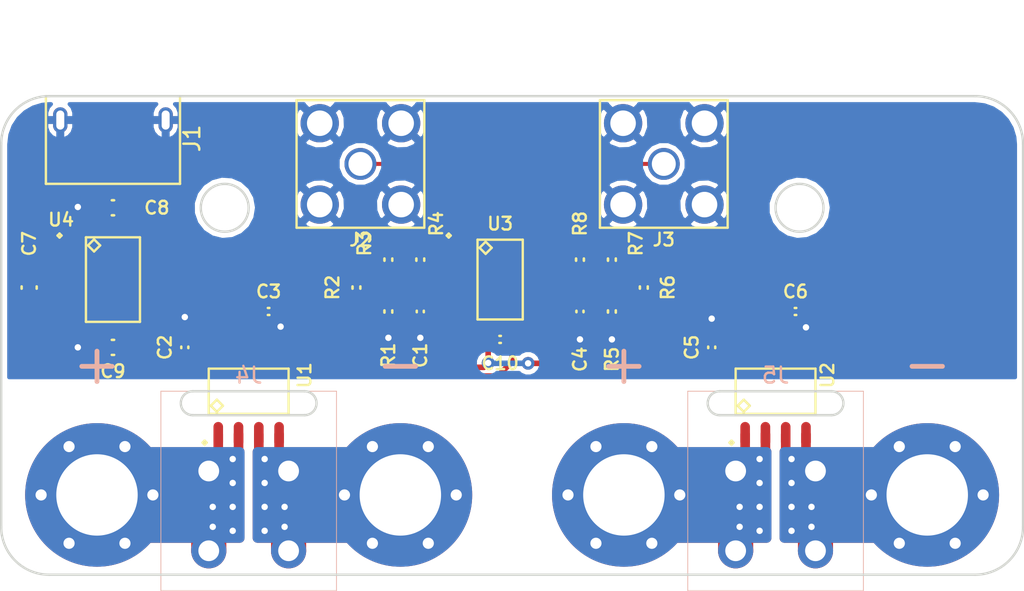
<source format=kicad_pcb>
(kicad_pcb (version 20171130) (host pcbnew "(5.0.0-rc2-21-g8f5cb3259)")

  (general
    (thickness 1.6)
    (drawings 24)
    (tracks 233)
    (zones 0)
    (modules 31)
    (nets 26)
  )

  (page A4)
  (layers
    (0 F.Cu signal)
    (31 B.Cu signal)
    (32 B.Adhes user)
    (33 F.Adhes user)
    (34 B.Paste user)
    (35 F.Paste user)
    (36 B.SilkS user)
    (37 F.SilkS user)
    (38 B.Mask user)
    (39 F.Mask user)
    (40 Dwgs.User user)
    (41 Cmts.User user)
    (42 Eco1.User user)
    (43 Eco2.User user)
    (44 Edge.Cuts user)
    (45 Margin user)
    (46 B.CrtYd user)
    (47 F.CrtYd user)
    (48 B.Fab user)
    (49 F.Fab user)
  )

  (setup
    (last_trace_width 0.25)
    (trace_clearance 0.2)
    (zone_clearance 0.508)
    (zone_45_only no)
    (trace_min 0.2)
    (segment_width 0.2)
    (edge_width 0.15)
    (via_size 0.8)
    (via_drill 0.4)
    (via_min_size 0.4)
    (via_min_drill 0.3)
    (uvia_size 0.3)
    (uvia_drill 0.1)
    (uvias_allowed no)
    (uvia_min_size 0.2)
    (uvia_min_drill 0.1)
    (pcb_text_width 0.3)
    (pcb_text_size 1.5 1.5)
    (mod_edge_width 0.15)
    (mod_text_size 1 1)
    (mod_text_width 0.15)
    (pad_size 2.2 2.2)
    (pad_drill 1.3)
    (pad_to_mask_clearance 0.2)
    (aux_axis_origin 0 0)
    (visible_elements FFFFFF7F)
    (pcbplotparams
      (layerselection 0x010fc_ffffffff)
      (usegerberextensions false)
      (usegerberattributes false)
      (usegerberadvancedattributes false)
      (creategerberjobfile false)
      (excludeedgelayer true)
      (linewidth 0.100000)
      (plotframeref false)
      (viasonmask false)
      (mode 1)
      (useauxorigin false)
      (hpglpennumber 1)
      (hpglpenspeed 20)
      (hpglpendiameter 15)
      (psnegative false)
      (psa4output false)
      (plotreference true)
      (plotvalue true)
      (plotinvisibletext false)
      (padsonsilk false)
      (subtractmaskfromsilk false)
      (outputformat 1)
      (mirror false)
      (drillshape 1)
      (scaleselection 1)
      (outputdirectory ""))
  )

  (net 0 "")
  (net 1 "Net-(C7-Pad1)")
  (net 2 GND)
  (net 3 "Net-(C7-Pad2)")
  (net 4 -5)
  (net 5 +5)
  (net 6 "Net-(R3-Pad1)")
  (net 7 "Net-(C1-Pad1)")
  (net 8 "Net-(C4-Pad1)")
  (net 9 "Net-(R7-Pad1)")
  (net 10 "Net-(R2-Pad2)")
  (net 11 "Net-(C3-Pad1)")
  (net 12 "Net-(R6-Pad2)")
  (net 13 "Net-(C6-Pad1)")
  (net 14 /OUT_A)
  (net 15 /OUT_B)
  (net 16 "Net-(J1-Pad4)")
  (net 17 "Net-(J1-Pad3)")
  (net 18 "Net-(J1-Pad2)")
  (net 19 /IB+)
  (net 20 /IA-)
  (net 21 /IA+)
  (net 22 /IB-)
  (net 23 "Net-(U4-Pad1)")
  (net 24 "Net-(U4-Pad6)")
  (net 25 "Net-(U4-Pad7)")

  (net_class Default "This is the default net class."
    (clearance 0.2)
    (trace_width 0.25)
    (via_dia 0.8)
    (via_drill 0.4)
    (uvia_dia 0.3)
    (uvia_drill 0.1)
    (add_net +5)
    (add_net -5)
    (add_net /IA+)
    (add_net /IA-)
    (add_net /IB+)
    (add_net /IB-)
    (add_net /OUT_A)
    (add_net /OUT_B)
    (add_net GND)
    (add_net "Net-(C1-Pad1)")
    (add_net "Net-(C3-Pad1)")
    (add_net "Net-(C4-Pad1)")
    (add_net "Net-(C6-Pad1)")
    (add_net "Net-(C7-Pad1)")
    (add_net "Net-(C7-Pad2)")
    (add_net "Net-(J1-Pad2)")
    (add_net "Net-(J1-Pad3)")
    (add_net "Net-(J1-Pad4)")
    (add_net "Net-(R2-Pad2)")
    (add_net "Net-(R3-Pad1)")
    (add_net "Net-(R6-Pad2)")
    (add_net "Net-(R7-Pad1)")
    (add_net "Net-(U4-Pad1)")
    (add_net "Net-(U4-Pad6)")
    (add_net "Net-(U4-Pad7)")
  )

  (module conn-te:TE_2834076-1 (layer B.Cu) (tedit 5B2FF572) (tstamp 5B3BB5E1)
    (at 15.5 26 180)
    (path /5B35719D)
    (fp_text reference J4 (at 0 8.5 180) (layer B.SilkS)
      (effects (font (size 1 1) (thickness 0.15)) (justify mirror))
    )
    (fp_text value 2834076-1 (at 0 0.5 180) (layer B.Fab)
      (effects (font (size 1 1) (thickness 0.15)) (justify mirror))
    )
    (fp_line (start -5.5 -5) (end -5.5 7.5) (layer B.CrtYd) (width 0.05))
    (fp_line (start 5.5 -5) (end -5.5 -5) (layer B.CrtYd) (width 0.05))
    (fp_line (start 5.5 7.5) (end 5.5 -5) (layer B.CrtYd) (width 0.05))
    (fp_line (start -5.5 7.5) (end 5.5 7.5) (layer B.CrtYd) (width 0.05))
    (fp_line (start -5.5 -5) (end -5.5 7.5) (layer B.SilkS) (width 0.05))
    (fp_line (start 5.5 -5) (end -5.5 -5) (layer B.SilkS) (width 0.05))
    (fp_line (start 5.5 7.5) (end 5.5 -5) (layer B.SilkS) (width 0.05))
    (fp_line (start -5.5 7.5) (end 5.5 7.5) (layer B.SilkS) (width 0.05))
    (pad 2 thru_hole circle (at 2.5 2.5 180) (size 2.2 2.2) (drill 1.3) (layers *.Cu *.Mask)
      (net 21 /IA+))
    (pad 2 thru_hole circle (at 2.5 -2.5 180) (size 2.2 2.2) (drill 1.3) (layers *.Cu *.Mask)
      (net 21 /IA+))
    (pad 1 thru_hole circle (at -2.5 -2.5 180) (size 2.2 2.2) (drill 1.3) (layers *.Cu *.Mask)
      (net 20 /IA-))
    (pad 1 thru_hole circle (at -2.5 2.5 180) (size 2.2 2.2) (drill 1.3) (layers *.Cu *.Mask)
      (net 20 /IA-))
    (model ${KISYS3DMOD}/conn-te.3dshapes/TE_2834076-1.step
      (at (xyz 0 0 0))
      (scale (xyz 1 1 1))
      (rotate (xyz 0 0 0))
    )
  )

  (module conn-te:TE_2834076-1 (layer B.Cu) (tedit 5B2FF60D) (tstamp 5B3BB5D1)
    (at 48.5 26 180)
    (path /5B35DFF3)
    (fp_text reference J5 (at 0 8.5 180) (layer B.SilkS)
      (effects (font (size 1 1) (thickness 0.15)) (justify mirror))
    )
    (fp_text value 2834076-1 (at 0 0.5 180) (layer B.Fab)
      (effects (font (size 1 1) (thickness 0.15)) (justify mirror))
    )
    (fp_line (start -5.5 7.5) (end 5.5 7.5) (layer B.SilkS) (width 0.05))
    (fp_line (start 5.5 7.5) (end 5.5 -5) (layer B.SilkS) (width 0.05))
    (fp_line (start 5.5 -5) (end -5.5 -5) (layer B.SilkS) (width 0.05))
    (fp_line (start -5.5 -5) (end -5.5 7.5) (layer B.SilkS) (width 0.05))
    (fp_line (start -5.5 7.5) (end 5.5 7.5) (layer B.CrtYd) (width 0.05))
    (fp_line (start 5.5 7.5) (end 5.5 -5) (layer B.CrtYd) (width 0.05))
    (fp_line (start 5.5 -5) (end -5.5 -5) (layer B.CrtYd) (width 0.05))
    (fp_line (start -5.5 -5) (end -5.5 7.5) (layer B.CrtYd) (width 0.05))
    (pad 1 thru_hole circle (at -2.5 2.5 180) (size 2.2 2.2) (drill 1.3) (layers *.Cu *.Mask)
      (net 22 /IB-))
    (pad 1 thru_hole circle (at -2.5 -2.5 180) (size 2.2 2.2) (drill 1.3) (layers *.Cu *.Mask)
      (net 22 /IB-))
    (pad 2 thru_hole circle (at 2.5 -2.5 180) (size 2.2 2.2) (drill 1.3) (layers *.Cu *.Mask)
      (net 19 /IB+))
    (pad 2 thru_hole circle (at 2.5 2.5 180) (size 2.2 2.2) (drill 1.3) (layers *.Cu *.Mask)
      (net 19 /IB+))
    (model ${KISYS3DMOD}/conn-te.3dshapes/TE_2834076-1.step
      (at (xyz 0 0 0))
      (scale (xyz 1 1 1))
      (rotate (xyz 0 0 0))
    )
  )

  (module mech:SCREW-5-SUPPORTED (layer B.Cu) (tedit 5B2F4096) (tstamp 5B38259D)
    (at 58 25)
    (path /5B2EEA85)
    (attr virtual)
    (fp_text reference MP4 (at 0 0) (layer B.SilkS) hide
      (effects (font (size 0.8 0.8) (thickness 0.15)) (justify mirror))
    )
    (fp_text value SCREW (at 0 0) (layer B.Fab) hide
      (effects (font (size 0.8 0.8) (thickness 0.15)) (justify mirror))
    )
    (pad 1 thru_hole circle (at 1.75 -3.031089 60) (size 1 1) (drill 0.7) (layers *.Cu *.Mask)
      (net 22 /IB-))
    (pad 1 thru_hole circle (at -1.75 -3.031089 120) (size 1 1) (drill 0.7) (layers *.Cu *.Mask)
      (net 22 /IB-))
    (pad 1 thru_hole circle (at -3.5 0 180) (size 1 1) (drill 0.7) (layers *.Cu *.Mask)
      (net 22 /IB-))
    (pad 1 thru_hole circle (at -1.75 3.031089 240) (size 1 1) (drill 0.7) (layers *.Cu *.Mask)
      (net 22 /IB-))
    (pad 1 thru_hole circle (at 1.75 3.031089 300) (size 1 1) (drill 0.7) (layers *.Cu *.Mask)
      (net 22 /IB-))
    (pad 1 thru_hole circle (at 3.5 0) (size 1 1) (drill 0.7) (layers *.Cu *.Mask)
      (net 22 /IB-))
    (pad 1 thru_hole circle (at 0 0) (size 9 9) (drill 5.1) (layers *.Cu *.Mask)
      (net 22 /IB-))
    (model ${KISYS3DMOD}/black-m5-bindingpost.step
      (at (xyz 0 0 0))
      (scale (xyz 1 1 1))
      (rotate (xyz 0 90 0))
    )
  )

  (module mech:SCREW-5-SUPPORTED (layer B.Cu) (tedit 5B2F4096) (tstamp 5B382593)
    (at 6 25)
    (path /5B2F2E85)
    (attr virtual)
    (fp_text reference MP1 (at 0 0) (layer B.SilkS) hide
      (effects (font (size 0.8 0.8) (thickness 0.15)) (justify mirror))
    )
    (fp_text value SCREW (at 0 0) (layer B.Fab) hide
      (effects (font (size 0.8 0.8) (thickness 0.15)) (justify mirror))
    )
    (pad 1 thru_hole circle (at 0 0) (size 9 9) (drill 5.1) (layers *.Cu *.Mask)
      (net 21 /IA+))
    (pad 1 thru_hole circle (at 3.5 0) (size 1 1) (drill 0.7) (layers *.Cu *.Mask)
      (net 21 /IA+))
    (pad 1 thru_hole circle (at 1.75 3.031089 300) (size 1 1) (drill 0.7) (layers *.Cu *.Mask)
      (net 21 /IA+))
    (pad 1 thru_hole circle (at -1.75 3.031089 240) (size 1 1) (drill 0.7) (layers *.Cu *.Mask)
      (net 21 /IA+))
    (pad 1 thru_hole circle (at -3.5 0 180) (size 1 1) (drill 0.7) (layers *.Cu *.Mask)
      (net 21 /IA+))
    (pad 1 thru_hole circle (at -1.75 -3.031089 120) (size 1 1) (drill 0.7) (layers *.Cu *.Mask)
      (net 21 /IA+))
    (pad 1 thru_hole circle (at 1.75 -3.031089 60) (size 1 1) (drill 0.7) (layers *.Cu *.Mask)
      (net 21 /IA+))
    (model ${KISYS3DMOD}/red-m5-bindingpost.step
      (at (xyz 0 0 0))
      (scale (xyz 1 1 1))
      (rotate (xyz 0 90 0))
    )
  )

  (module mech:SCREW-5-SUPPORTED (layer B.Cu) (tedit 5B2F4096) (tstamp 5B382589)
    (at 25 25)
    (path /5B2F475F)
    (attr virtual)
    (fp_text reference MP2 (at 0 0) (layer B.SilkS) hide
      (effects (font (size 0.8 0.8) (thickness 0.15)) (justify mirror))
    )
    (fp_text value SCREW (at 0 0) (layer B.Fab) hide
      (effects (font (size 0.8 0.8) (thickness 0.15)) (justify mirror))
    )
    (pad 1 thru_hole circle (at 1.75 -3.031089 60) (size 1 1) (drill 0.7) (layers *.Cu *.Mask)
      (net 20 /IA-))
    (pad 1 thru_hole circle (at -1.75 -3.031089 120) (size 1 1) (drill 0.7) (layers *.Cu *.Mask)
      (net 20 /IA-))
    (pad 1 thru_hole circle (at -3.5 0 180) (size 1 1) (drill 0.7) (layers *.Cu *.Mask)
      (net 20 /IA-))
    (pad 1 thru_hole circle (at -1.75 3.031089 240) (size 1 1) (drill 0.7) (layers *.Cu *.Mask)
      (net 20 /IA-))
    (pad 1 thru_hole circle (at 1.75 3.031089 300) (size 1 1) (drill 0.7) (layers *.Cu *.Mask)
      (net 20 /IA-))
    (pad 1 thru_hole circle (at 3.5 0) (size 1 1) (drill 0.7) (layers *.Cu *.Mask)
      (net 20 /IA-))
    (pad 1 thru_hole circle (at 0 0) (size 9 9) (drill 5.1) (layers *.Cu *.Mask)
      (net 20 /IA-))
    (model ${KISYS3DMOD}/black-m5-bindingpost.step
      (at (xyz 0 0 0))
      (scale (xyz 1 1 1))
      (rotate (xyz 0 90 0))
    )
  )

  (module mech:SCREW-5-SUPPORTED (layer B.Cu) (tedit 5B2F4096) (tstamp 5B38257F)
    (at 39 25)
    (path /5B2EEA7A)
    (attr virtual)
    (fp_text reference MP3 (at 0 0) (layer B.SilkS) hide
      (effects (font (size 0.8 0.8) (thickness 0.15)) (justify mirror))
    )
    (fp_text value SCREW (at 0 0) (layer B.Fab) hide
      (effects (font (size 0.8 0.8) (thickness 0.15)) (justify mirror))
    )
    (pad 1 thru_hole circle (at 0 0) (size 9 9) (drill 5.1) (layers *.Cu *.Mask)
      (net 19 /IB+))
    (pad 1 thru_hole circle (at 3.5 0) (size 1 1) (drill 0.7) (layers *.Cu *.Mask)
      (net 19 /IB+))
    (pad 1 thru_hole circle (at 1.75 3.031089 300) (size 1 1) (drill 0.7) (layers *.Cu *.Mask)
      (net 19 /IB+))
    (pad 1 thru_hole circle (at -1.75 3.031089 240) (size 1 1) (drill 0.7) (layers *.Cu *.Mask)
      (net 19 /IB+))
    (pad 1 thru_hole circle (at -3.5 0 180) (size 1 1) (drill 0.7) (layers *.Cu *.Mask)
      (net 19 /IB+))
    (pad 1 thru_hole circle (at -1.75 -3.031089 120) (size 1 1) (drill 0.7) (layers *.Cu *.Mask)
      (net 19 /IB+))
    (pad 1 thru_hole circle (at 1.75 -3.031089 60) (size 1 1) (drill 0.7) (layers *.Cu *.Mask)
      (net 19 /IB+))
    (model ${KISYS3DMOD}/red-m5-bindingpost.step
      (at (xyz 0 0 0))
      (scale (xyz 1 1 1))
      (rotate (xyz 0 90 0))
    )
  )

  (module IPC7351-Nominal:SOIC127P620X170-8 (layer F.Cu) (tedit 7ACF9736) (tstamp 5B2E9813)
    (at 7 11.5)
    (descr "SOIC,1.27mm pitch;8 pin,4.60mm W X 5.30mm L X 1.70mm H body")
    (path /5B2E2E03)
    (attr smd)
    (fp_text reference U4 (at -3.25 -3.75) (layer F.SilkS)
      (effects (font (size 0.8 0.8) (thickness 0.15)))
    )
    (fp_text value LMC7660 (at 0 0) (layer F.Fab)
      (effects (font (size 0.5 0.5) (thickness 0.1)))
    )
    (fp_line (start 1.692 -2.65) (end -1.692 -2.65) (layer F.SilkS) (width 0.15))
    (fp_line (start -1.692 -2.65) (end -1.692 2.65) (layer F.SilkS) (width 0.15))
    (fp_line (start -1.692 2.65) (end 1.692 2.65) (layer F.SilkS) (width 0.15))
    (fp_line (start 1.692 2.65) (end 1.692 -2.65) (layer F.SilkS) (width 0.15))
    (fp_line (start -3.473 -2.759) (end -3.346 -2.886) (layer F.SilkS) (width 0.15))
    (fp_line (start -3.346 -2.886) (end -3.219 -2.759) (layer F.SilkS) (width 0.15))
    (fp_line (start -3.219 -2.759) (end -3.346 -2.632) (layer F.SilkS) (width 0.15))
    (fp_line (start -3.346 -2.632) (end -3.473 -2.759) (layer F.SilkS) (width 0.15))
    (fp_line (start -1.565 -2.142) (end -1.184 -2.523) (layer F.SilkS) (width 0.15))
    (fp_line (start -1.184 -2.523) (end -0.803 -2.142) (layer F.SilkS) (width 0.15))
    (fp_line (start -0.803 -2.142) (end -1.184 -1.761) (layer F.SilkS) (width 0.15))
    (fp_line (start -1.184 -1.761) (end -1.565 -2.142) (layer F.SilkS) (width 0.15))
    (fp_line (start -3.85 -3.136) (end 3.85 -3.136) (layer F.CrtYd) (width 0.05))
    (fp_line (start 3.85 -3.136) (end 3.85 2.9) (layer F.CrtYd) (width 0.05))
    (fp_line (start 3.85 2.9) (end -3.85 2.9) (layer F.CrtYd) (width 0.05))
    (fp_line (start -3.85 2.9) (end -3.85 -3.136) (layer F.CrtYd) (width 0.05))
    (pad 1 smd oval (at -2.9 -1.905) (size 1.4 0.6) (layers F.Cu F.Paste F.Mask)
      (net 23 "Net-(U4-Pad1)"))
    (pad 2 smd oval (at -2.9 -0.635) (size 1.4 0.6) (layers F.Cu F.Paste F.Mask)
      (net 1 "Net-(C7-Pad1)"))
    (pad 3 smd oval (at -2.9 0.635) (size 1.4 0.6) (layers F.Cu F.Paste F.Mask)
      (net 2 GND))
    (pad 4 smd oval (at -2.9 1.905) (size 1.4 0.6) (layers F.Cu F.Paste F.Mask)
      (net 3 "Net-(C7-Pad2)"))
    (pad 5 smd oval (at 2.9 1.905) (size 1.4 0.6) (layers F.Cu F.Paste F.Mask)
      (net 4 -5))
    (pad 6 smd oval (at 2.9 0.635) (size 1.4 0.6) (layers F.Cu F.Paste F.Mask)
      (net 24 "Net-(U4-Pad6)"))
    (pad 7 smd oval (at 2.9 -0.635) (size 1.4 0.6) (layers F.Cu F.Paste F.Mask)
      (net 25 "Net-(U4-Pad7)"))
    (pad 8 smd oval (at 2.9 -1.905) (size 1.4 0.6) (layers F.Cu F.Paste F.Mask)
      (net 5 +5))
    (model ${KISYS3DMOD}/soic.3dshapes/SO-8.step
      (at (xyz 0 0 0))
      (scale (xyz 1 1 1))
      (rotate (xyz 0 0 0))
    )
  )

  (module manuf:CONN-TE-1814400 (layer F.Cu) (tedit 5B2EE21C) (tstamp 5B355FD4)
    (at 22.5 4.25 180)
    (path /5B33B74F)
    (attr smd)
    (fp_text reference J2 (at 0 -4.75 180) (layer F.SilkS)
      (effects (font (size 0.8 0.8) (thickness 0.15)))
    )
    (fp_text value CONN-SMA-5-1814400-1 (at 0 0 180) (layer F.Fab)
      (effects (font (size 0.8 0.8) (thickness 0.15)))
    )
    (fp_line (start 4 4) (end 4 -4) (layer F.SilkS) (width 0.15))
    (fp_line (start -4 4) (end 4 4) (layer F.SilkS) (width 0.15))
    (fp_line (start -4 -4) (end -4 4) (layer F.SilkS) (width 0.15))
    (fp_line (start 4 -4) (end -4 -4) (layer F.SilkS) (width 0.15))
    (fp_line (start 4 4) (end 4 -4) (layer F.Fab) (width 0.15))
    (fp_line (start -4 4) (end 4 4) (layer F.Fab) (width 0.15))
    (fp_line (start -4 -4) (end -4 4) (layer F.Fab) (width 0.15))
    (fp_line (start 4 -4) (end -4 -4) (layer F.Fab) (width 0.15))
    (fp_line (start -4 10.2) (end -4 4) (layer F.Fab) (width 0.15))
    (fp_line (start 4 10.2) (end -4 10.2) (layer F.Fab) (width 0.15))
    (fp_line (start 4 4) (end 4 10.2) (layer F.Fab) (width 0.15))
    (pad 2 thru_hole circle (at 2.55 2.55 180) (size 2.4 2.4) (drill 1.6) (layers *.Cu *.Mask)
      (net 2 GND))
    (pad 2 thru_hole circle (at -2.55 2.55 180) (size 2.4 2.4) (drill 1.6) (layers *.Cu *.Mask)
      (net 2 GND))
    (pad 2 thru_hole circle (at 2.55 -2.55 180) (size 2.4 2.4) (drill 1.6) (layers *.Cu *.Mask)
      (net 2 GND))
    (pad 2 thru_hole circle (at -2.55 -2.55 180) (size 2.4 2.4) (drill 1.6) (layers *.Cu *.Mask)
      (net 2 GND))
    (pad 1 thru_hole circle (at 0 0 180) (size 2 2) (drill 1.5) (layers *.Cu *.Mask)
      (net 14 /OUT_A))
    (model ${KISYS3DMOD}/sma-90deg.step
      (at (xyz 0 0 0))
      (scale (xyz 1 1 1))
      (rotate (xyz 0 0 180))
    )
  )

  (module manuf:CONN-TE-1814400 (layer F.Cu) (tedit 5B2EE22C) (tstamp 5B355FC0)
    (at 41.5 4.25 180)
    (path /5B347FE8)
    (attr smd)
    (fp_text reference J3 (at 0 -4.75 180) (layer F.SilkS)
      (effects (font (size 0.8 0.8) (thickness 0.15)))
    )
    (fp_text value CONN-SMA-5-1814400-1 (at 0 0 180) (layer F.Fab)
      (effects (font (size 0.8 0.8) (thickness 0.15)))
    )
    (fp_line (start 4 4) (end 4 10.2) (layer F.Fab) (width 0.15))
    (fp_line (start 4 10.2) (end -4 10.2) (layer F.Fab) (width 0.15))
    (fp_line (start -4 10.2) (end -4 4) (layer F.Fab) (width 0.15))
    (fp_line (start 4 -4) (end -4 -4) (layer F.Fab) (width 0.15))
    (fp_line (start -4 -4) (end -4 4) (layer F.Fab) (width 0.15))
    (fp_line (start -4 4) (end 4 4) (layer F.Fab) (width 0.15))
    (fp_line (start 4 4) (end 4 -4) (layer F.Fab) (width 0.15))
    (fp_line (start 4 -4) (end -4 -4) (layer F.SilkS) (width 0.15))
    (fp_line (start -4 -4) (end -4 4) (layer F.SilkS) (width 0.15))
    (fp_line (start -4 4) (end 4 4) (layer F.SilkS) (width 0.15))
    (fp_line (start 4 4) (end 4 -4) (layer F.SilkS) (width 0.15))
    (pad 1 thru_hole circle (at 0 0 180) (size 2 2) (drill 1.5) (layers *.Cu *.Mask)
      (net 15 /OUT_B))
    (pad 2 thru_hole circle (at -2.55 -2.55 180) (size 2.4 2.4) (drill 1.6) (layers *.Cu *.Mask)
      (net 2 GND))
    (pad 2 thru_hole circle (at 2.55 -2.55 180) (size 2.4 2.4) (drill 1.6) (layers *.Cu *.Mask)
      (net 2 GND))
    (pad 2 thru_hole circle (at -2.55 2.55 180) (size 2.4 2.4) (drill 1.6) (layers *.Cu *.Mask)
      (net 2 GND))
    (pad 2 thru_hole circle (at 2.55 2.55 180) (size 2.4 2.4) (drill 1.6) (layers *.Cu *.Mask)
      (net 2 GND))
    (model ${KISYS3DMOD}/sma-90deg.step
      (at (xyz 0 0 0))
      (scale (xyz 1 1 1))
      (rotate (xyz 0 0 180))
    )
  )

  (module conn-fci:FCI_10118193-0001LF (layer F.Cu) (tedit 582107E7) (tstamp 5B337E1E)
    (at 7 1.5 180)
    (path /5B32E6D8)
    (solder_mask_margin 0.1)
    (attr smd)
    (fp_text reference J1 (at -4.95 -1.15 270) (layer F.SilkS)
      (effects (font (size 1 1) (thickness 0.15)))
    )
    (fp_text value USB (at 0 0 180) (layer F.Fab)
      (effects (font (size 0.5 0.5) (thickness 0.1)))
    )
    (fp_line (start 4.2 1.5) (end 4.2 -4) (layer F.SilkS) (width 0.15))
    (fp_line (start 4.2 -4) (end -4.2 -4) (layer F.SilkS) (width 0.15))
    (fp_line (start -4.2 -4) (end -4.2 1.5) (layer F.SilkS) (width 0.15))
    (fp_line (start -4.2 -4) (end 4.2 -4) (layer F.CrtYd) (width 0.05))
    (fp_line (start 4.2 -4) (end 4.2 2.8) (layer F.CrtYd) (width 0.05))
    (fp_line (start 4.2 2.8) (end -4.2 2.8) (layer F.CrtYd) (width 0.05))
    (fp_line (start -4.2 2.8) (end -4.2 -4) (layer F.CrtYd) (width 0.05))
    (pad SH smd rect (at 3.2 -2.65 180) (size 1.6 1.4) (layers F.Cu F.Paste F.Mask)
      (net 2 GND))
    (pad SH smd rect (at -3.2 -2.65 180) (size 1.6 1.4) (layers F.Cu F.Paste F.Mask)
      (net 2 GND))
    (pad SH smd rect (at 1.2 0 180) (size 1.9 1.9) (layers F.Cu F.Paste F.Mask)
      (net 2 GND))
    (pad SH smd rect (at -1.2 0 180) (size 1.9 1.9) (layers F.Cu F.Paste F.Mask)
      (net 2 GND))
    (pad 5 smd rect (at 1.3 -2.875 180) (size 0.4 1.35) (layers F.Cu F.Paste F.Mask)
      (net 2 GND))
    (pad 4 smd rect (at 0.65 -2.875 180) (size 0.4 1.35) (layers F.Cu F.Paste F.Mask)
      (net 16 "Net-(J1-Pad4)"))
    (pad 3 smd rect (at 0 -2.875 180) (size 0.4 1.35) (layers F.Cu F.Paste F.Mask)
      (net 17 "Net-(J1-Pad3)"))
    (pad 2 smd rect (at -0.65 -2.875 180) (size 0.4 1.35) (layers F.Cu F.Paste F.Mask)
      (net 18 "Net-(J1-Pad2)"))
    (pad 1 smd rect (at -1.3 -2.875 180) (size 0.4 1.35) (layers F.Cu F.Paste F.Mask)
      (net 5 +5))
    (pad SH thru_hole oval (at 3.3 0 180) (size 0.9 1.6) (drill oval 0.5 1.2) (layers *.Cu *.Mask)
      (net 2 GND))
    (pad SH thru_hole oval (at -3.3 0 180) (size 0.9 1.6) (drill oval 0.5 1.2) (layers *.Cu *.Mask)
      (net 2 GND))
    (model ${KISYS3DMOD}/conn-fci.3dshapes/FCI_10118193-0001LF.step
      (at (xyz 0 0 0))
      (scale (xyz 1 1 1))
      (rotate (xyz 0 0 0))
    )
  )

  (module IPC7351-Nominal:CAPC2012X70 (layer F.Cu) (tedit 60466190) (tstamp 5B3035FE)
    (at 7 7 180)
    (descr "Capacitor,non-polarized,Chip;2.00mm L X 1.25mm W X 0.70mm H")
    (path /5B304785)
    (attr smd)
    (fp_text reference C8 (at -2.75 0 180) (layer F.SilkS)
      (effects (font (size 0.8 0.8) (thickness 0.15)))
    )
    (fp_text value 10uF (at 0 0 180) (layer F.Fab)
      (effects (font (size 0.5 0.5) (thickness 0.1)))
    )
    (fp_line (start -0.071 0.471) (end 0.071 0.471) (layer F.SilkS) (width 0.15))
    (fp_line (start 0.071 0.471) (end -0.071 0.471) (layer F.SilkS) (width 0.15))
    (fp_line (start -0.071 -0.471) (end 0.071 -0.471) (layer F.SilkS) (width 0.15))
    (fp_line (start 0.071 -0.471) (end -0.071 -0.471) (layer F.SilkS) (width 0.15))
    (fp_line (start -1.725 -0.975) (end 1.725 -0.975) (layer F.CrtYd) (width 0.05))
    (fp_line (start 1.725 -0.975) (end 1.725 0.975) (layer F.CrtYd) (width 0.05))
    (fp_line (start 1.725 0.975) (end -1.725 0.975) (layer F.CrtYd) (width 0.05))
    (fp_line (start -1.725 0.975) (end -1.725 -0.975) (layer F.CrtYd) (width 0.05))
    (pad 1 smd rect (at -0.9 0 180) (size 1.15 1.45) (layers F.Cu F.Paste F.Mask)
      (net 5 +5))
    (pad 2 smd rect (at 0.9 0 180) (size 1.15 1.45) (layers F.Cu F.Paste F.Mask)
      (net 2 GND))
    (model ${KISYS3DMOD}/chips.3dshapes/CC0805.step
      (at (xyz 0 0 0))
      (scale (xyz 1 1 1))
      (rotate (xyz 0 0 0))
    )
  )

  (module IPC7351-Nominal:CAPC2012X70 (layer F.Cu) (tedit 60466190) (tstamp 5B3035F1)
    (at 7 15.75 180)
    (descr "Capacitor,non-polarized,Chip;2.00mm L X 1.25mm W X 0.70mm H")
    (path /5B304A05)
    (attr smd)
    (fp_text reference C9 (at 0 -1.5 180) (layer F.SilkS)
      (effects (font (size 0.8 0.8) (thickness 0.15)))
    )
    (fp_text value 10uF (at 0 0 180) (layer F.Fab)
      (effects (font (size 0.5 0.5) (thickness 0.1)))
    )
    (fp_line (start -1.725 0.975) (end -1.725 -0.975) (layer F.CrtYd) (width 0.05))
    (fp_line (start 1.725 0.975) (end -1.725 0.975) (layer F.CrtYd) (width 0.05))
    (fp_line (start 1.725 -0.975) (end 1.725 0.975) (layer F.CrtYd) (width 0.05))
    (fp_line (start -1.725 -0.975) (end 1.725 -0.975) (layer F.CrtYd) (width 0.05))
    (fp_line (start 0.071 -0.471) (end -0.071 -0.471) (layer F.SilkS) (width 0.15))
    (fp_line (start -0.071 -0.471) (end 0.071 -0.471) (layer F.SilkS) (width 0.15))
    (fp_line (start 0.071 0.471) (end -0.071 0.471) (layer F.SilkS) (width 0.15))
    (fp_line (start -0.071 0.471) (end 0.071 0.471) (layer F.SilkS) (width 0.15))
    (pad 2 smd rect (at 0.9 0 180) (size 1.15 1.45) (layers F.Cu F.Paste F.Mask)
      (net 2 GND))
    (pad 1 smd rect (at -0.9 0 180) (size 1.15 1.45) (layers F.Cu F.Paste F.Mask)
      (net 4 -5))
    (model ${KISYS3DMOD}/chips.3dshapes/CC0805.step
      (at (xyz 0 0 0))
      (scale (xyz 1 1 1))
      (rotate (xyz 0 0 0))
    )
  )

  (module IPC7351-Nominal:SOIC127P600X175-8 (layer F.Cu) (tedit 3DAC6B87) (tstamp 5B30039C)
    (at 15.5 18.5 90)
    (descr "SOIC,1.27mm pitch;8 pin,4.00mm W X 5.00mm L X 1.75mm H Body")
    (path /5B2EC1E2)
    (attr smd)
    (fp_text reference U1 (at 1 3.5 90) (layer F.SilkS)
      (effects (font (size 0.8 0.8) (thickness 0.15)))
    )
    (fp_text value ACS730 (at 0 0 90) (layer F.Fab)
      (effects (font (size 0.5 0.5) (thickness 0.1)))
    )
    (fp_line (start -3.725 2.75) (end -3.725 -3.136) (layer F.CrtYd) (width 0.05))
    (fp_line (start 3.725 2.75) (end -3.725 2.75) (layer F.CrtYd) (width 0.05))
    (fp_line (start 3.725 -3.136) (end 3.725 2.75) (layer F.CrtYd) (width 0.05))
    (fp_line (start -3.725 -3.136) (end 3.725 -3.136) (layer F.CrtYd) (width 0.05))
    (fp_line (start -0.909 -1.611) (end -1.29 -1.992) (layer F.SilkS) (width 0.15))
    (fp_line (start -0.528 -1.992) (end -0.909 -1.611) (layer F.SilkS) (width 0.15))
    (fp_line (start -0.909 -2.373) (end -0.528 -1.992) (layer F.SilkS) (width 0.15))
    (fp_line (start -1.29 -1.992) (end -0.909 -2.373) (layer F.SilkS) (width 0.15))
    (fp_line (start -3.221 -2.632) (end -3.348 -2.759) (layer F.SilkS) (width 0.15))
    (fp_line (start -3.094 -2.759) (end -3.221 -2.632) (layer F.SilkS) (width 0.15))
    (fp_line (start -3.221 -2.886) (end -3.094 -2.759) (layer F.SilkS) (width 0.15))
    (fp_line (start -3.348 -2.759) (end -3.221 -2.886) (layer F.SilkS) (width 0.15))
    (fp_line (start 1.417 2.5) (end 1.417 -2.5) (layer F.SilkS) (width 0.15))
    (fp_line (start -1.417 2.5) (end 1.417 2.5) (layer F.SilkS) (width 0.15))
    (fp_line (start -1.417 -2.5) (end -1.417 2.5) (layer F.SilkS) (width 0.15))
    (fp_line (start 1.417 -2.5) (end -1.417 -2.5) (layer F.SilkS) (width 0.15))
    (pad 8 smd oval (at 2.7 -1.905 90) (size 1.55 0.6) (layers F.Cu F.Paste F.Mask)
      (net 5 +5))
    (pad 7 smd oval (at 2.7 -0.635 90) (size 1.55 0.6) (layers F.Cu F.Paste F.Mask)
      (net 10 "Net-(R2-Pad2)"))
    (pad 6 smd oval (at 2.7 0.635 90) (size 1.55 0.6) (layers F.Cu F.Paste F.Mask)
      (net 11 "Net-(C3-Pad1)"))
    (pad 5 smd oval (at 2.7 1.905 90) (size 1.55 0.6) (layers F.Cu F.Paste F.Mask)
      (net 2 GND))
    (pad 4 smd oval (at -2.7 1.905 90) (size 1.55 0.6) (layers F.Cu F.Paste F.Mask)
      (net 20 /IA-))
    (pad 3 smd oval (at -2.7 0.635 90) (size 1.55 0.6) (layers F.Cu F.Paste F.Mask)
      (net 20 /IA-))
    (pad 2 smd oval (at -2.7 -0.635 90) (size 1.55 0.6) (layers F.Cu F.Paste F.Mask)
      (net 21 /IA+))
    (pad 1 smd oval (at -2.7 -1.905 90) (size 1.55 0.6) (layers F.Cu F.Paste F.Mask)
      (net 21 /IA+))
    (model ${KISYS3DMOD}/soic.3dshapes/SO-8.step
      (at (xyz 0 0 0))
      (scale (xyz 1 1 1))
      (rotate (xyz 0 0 0))
    )
  )

  (module IPC7351-Nominal:SOIC127P600X175-8 (layer F.Cu) (tedit 3DAC6B87) (tstamp 5B30034A)
    (at 48.5 18.5 90)
    (descr "SOIC,1.27mm pitch;8 pin,4.00mm W X 5.00mm L X 1.75mm H Body")
    (path /5B2EEA3E)
    (attr smd)
    (fp_text reference U2 (at 1 3.25 90) (layer F.SilkS)
      (effects (font (size 0.8 0.8) (thickness 0.15)))
    )
    (fp_text value ACS730 (at 0 0 90) (layer F.Fab)
      (effects (font (size 0.5 0.5) (thickness 0.1)))
    )
    (fp_line (start 1.417 -2.5) (end -1.417 -2.5) (layer F.SilkS) (width 0.15))
    (fp_line (start -1.417 -2.5) (end -1.417 2.5) (layer F.SilkS) (width 0.15))
    (fp_line (start -1.417 2.5) (end 1.417 2.5) (layer F.SilkS) (width 0.15))
    (fp_line (start 1.417 2.5) (end 1.417 -2.5) (layer F.SilkS) (width 0.15))
    (fp_line (start -3.348 -2.759) (end -3.221 -2.886) (layer F.SilkS) (width 0.15))
    (fp_line (start -3.221 -2.886) (end -3.094 -2.759) (layer F.SilkS) (width 0.15))
    (fp_line (start -3.094 -2.759) (end -3.221 -2.632) (layer F.SilkS) (width 0.15))
    (fp_line (start -3.221 -2.632) (end -3.348 -2.759) (layer F.SilkS) (width 0.15))
    (fp_line (start -1.29 -1.992) (end -0.909 -2.373) (layer F.SilkS) (width 0.15))
    (fp_line (start -0.909 -2.373) (end -0.528 -1.992) (layer F.SilkS) (width 0.15))
    (fp_line (start -0.528 -1.992) (end -0.909 -1.611) (layer F.SilkS) (width 0.15))
    (fp_line (start -0.909 -1.611) (end -1.29 -1.992) (layer F.SilkS) (width 0.15))
    (fp_line (start -3.725 -3.136) (end 3.725 -3.136) (layer F.CrtYd) (width 0.05))
    (fp_line (start 3.725 -3.136) (end 3.725 2.75) (layer F.CrtYd) (width 0.05))
    (fp_line (start 3.725 2.75) (end -3.725 2.75) (layer F.CrtYd) (width 0.05))
    (fp_line (start -3.725 2.75) (end -3.725 -3.136) (layer F.CrtYd) (width 0.05))
    (pad 1 smd oval (at -2.7 -1.905 90) (size 1.55 0.6) (layers F.Cu F.Paste F.Mask)
      (net 19 /IB+))
    (pad 2 smd oval (at -2.7 -0.635 90) (size 1.55 0.6) (layers F.Cu F.Paste F.Mask)
      (net 19 /IB+))
    (pad 3 smd oval (at -2.7 0.635 90) (size 1.55 0.6) (layers F.Cu F.Paste F.Mask)
      (net 22 /IB-))
    (pad 4 smd oval (at -2.7 1.905 90) (size 1.55 0.6) (layers F.Cu F.Paste F.Mask)
      (net 22 /IB-))
    (pad 5 smd oval (at 2.7 1.905 90) (size 1.55 0.6) (layers F.Cu F.Paste F.Mask)
      (net 2 GND))
    (pad 6 smd oval (at 2.7 0.635 90) (size 1.55 0.6) (layers F.Cu F.Paste F.Mask)
      (net 13 "Net-(C6-Pad1)"))
    (pad 7 smd oval (at 2.7 -0.635 90) (size 1.55 0.6) (layers F.Cu F.Paste F.Mask)
      (net 12 "Net-(R6-Pad2)"))
    (pad 8 smd oval (at 2.7 -1.905 90) (size 1.55 0.6) (layers F.Cu F.Paste F.Mask)
      (net 5 +5))
    (model ${KISYS3DMOD}/soic.3dshapes/SO-8.step
      (at (xyz 0 0 0))
      (scale (xyz 1 1 1))
      (rotate (xyz 0 0 0))
    )
  )

  (module IPC7351-Nominal:CAPC1608X55 (layer F.Cu) (tedit F0F977BE) (tstamp 5B2E990F)
    (at 26.25 13.5 270)
    (descr "Capacitor,non-polarized,Chip;1.60mm L X 0.80mm W X 0.55mm H")
    (path /5B2FD3C0)
    (attr smd)
    (fp_text reference C1 (at 2.75 0 270) (layer F.SilkS)
      (effects (font (size 0.8 0.8) (thickness 0.15)))
    )
    (fp_text value 150pF (at 0 0 270) (layer F.Fab)
      (effects (font (size 0.5 0.5) (thickness 0.1)))
    )
    (fp_line (start -0.046 0.221) (end 0.046 0.221) (layer F.SilkS) (width 0.15))
    (fp_line (start 0.046 0.221) (end -0.046 0.221) (layer F.SilkS) (width 0.15))
    (fp_line (start -0.046 -0.221) (end 0.046 -0.221) (layer F.SilkS) (width 0.15))
    (fp_line (start 0.046 -0.221) (end -0.046 -0.221) (layer F.SilkS) (width 0.15))
    (fp_line (start -1.45 -0.725) (end 1.45 -0.725) (layer F.CrtYd) (width 0.05))
    (fp_line (start 1.45 -0.725) (end 1.45 0.725) (layer F.CrtYd) (width 0.05))
    (fp_line (start 1.45 0.725) (end -1.45 0.725) (layer F.CrtYd) (width 0.05))
    (fp_line (start -1.45 0.725) (end -1.45 -0.725) (layer F.CrtYd) (width 0.05))
    (pad 1 smd rect (at -0.75 0 270) (size 0.9 0.95) (layers F.Cu F.Paste F.Mask)
      (net 7 "Net-(C1-Pad1)"))
    (pad 2 smd rect (at 0.75 0 270) (size 0.9 0.95) (layers F.Cu F.Paste F.Mask)
      (net 2 GND))
    (model ${KISYS3DMOD}/chips.3dshapes/CC0603.step
      (at (xyz 0 0 0))
      (scale (xyz 1 1 1))
      (rotate (xyz 0 0 0))
    )
  )

  (module IPC7351-Nominal:CAPC1608X55 (layer F.Cu) (tedit F0F977BE) (tstamp 5B2E9901)
    (at 49.75 13.5)
    (descr "Capacitor,non-polarized,Chip;1.60mm L X 0.80mm W X 0.55mm H")
    (path /5B2EEA91)
    (attr smd)
    (fp_text reference C6 (at 0 -1.25) (layer F.SilkS)
      (effects (font (size 0.8 0.8) (thickness 0.15)))
    )
    (fp_text value 1nF (at 0 0) (layer F.Fab)
      (effects (font (size 0.5 0.5) (thickness 0.1)))
    )
    (fp_line (start -1.45 0.725) (end -1.45 -0.725) (layer F.CrtYd) (width 0.05))
    (fp_line (start 1.45 0.725) (end -1.45 0.725) (layer F.CrtYd) (width 0.05))
    (fp_line (start 1.45 -0.725) (end 1.45 0.725) (layer F.CrtYd) (width 0.05))
    (fp_line (start -1.45 -0.725) (end 1.45 -0.725) (layer F.CrtYd) (width 0.05))
    (fp_line (start 0.046 -0.221) (end -0.046 -0.221) (layer F.SilkS) (width 0.15))
    (fp_line (start -0.046 -0.221) (end 0.046 -0.221) (layer F.SilkS) (width 0.15))
    (fp_line (start 0.046 0.221) (end -0.046 0.221) (layer F.SilkS) (width 0.15))
    (fp_line (start -0.046 0.221) (end 0.046 0.221) (layer F.SilkS) (width 0.15))
    (pad 2 smd rect (at 0.75 0) (size 0.9 0.95) (layers F.Cu F.Paste F.Mask)
      (net 2 GND))
    (pad 1 smd rect (at -0.75 0) (size 0.9 0.95) (layers F.Cu F.Paste F.Mask)
      (net 13 "Net-(C6-Pad1)"))
    (model ${KISYS3DMOD}/chips.3dshapes/CC0603.step
      (at (xyz 0 0 0))
      (scale (xyz 1 1 1))
      (rotate (xyz 0 0 0))
    )
  )

  (module IPC7351-Nominal:CAPC1608X55 (layer F.Cu) (tedit F0F977BE) (tstamp 5B2E98F3)
    (at 31.25 15.25)
    (descr "Capacitor,non-polarized,Chip;1.60mm L X 0.80mm W X 0.55mm H")
    (path /5B2FBBF2)
    (attr smd)
    (fp_text reference C10 (at 0 1.5) (layer F.SilkS)
      (effects (font (size 0.8 0.8) (thickness 0.15)))
    )
    (fp_text value 100nF (at 0 0) (layer F.Fab)
      (effects (font (size 0.5 0.5) (thickness 0.1)))
    )
    (fp_line (start -0.046 0.221) (end 0.046 0.221) (layer F.SilkS) (width 0.15))
    (fp_line (start 0.046 0.221) (end -0.046 0.221) (layer F.SilkS) (width 0.15))
    (fp_line (start -0.046 -0.221) (end 0.046 -0.221) (layer F.SilkS) (width 0.15))
    (fp_line (start 0.046 -0.221) (end -0.046 -0.221) (layer F.SilkS) (width 0.15))
    (fp_line (start -1.45 -0.725) (end 1.45 -0.725) (layer F.CrtYd) (width 0.05))
    (fp_line (start 1.45 -0.725) (end 1.45 0.725) (layer F.CrtYd) (width 0.05))
    (fp_line (start 1.45 0.725) (end -1.45 0.725) (layer F.CrtYd) (width 0.05))
    (fp_line (start -1.45 0.725) (end -1.45 -0.725) (layer F.CrtYd) (width 0.05))
    (pad 1 smd rect (at -0.75 0) (size 0.9 0.95) (layers F.Cu F.Paste F.Mask)
      (net 5 +5))
    (pad 2 smd rect (at 0.75 0) (size 0.9 0.95) (layers F.Cu F.Paste F.Mask)
      (net 4 -5))
    (model ${KISYS3DMOD}/chips.3dshapes/CC0603.step
      (at (xyz 0 0 0))
      (scale (xyz 1 1 1))
      (rotate (xyz 0 0 0))
    )
  )

  (module IPC7351-Nominal:CAPC1608X55 (layer F.Cu) (tedit F0F977BE) (tstamp 5B37E9EB)
    (at 44.5 15.75 90)
    (descr "Capacitor,non-polarized,Chip;1.60mm L X 0.80mm W X 0.55mm H")
    (path /5B2EEA6B)
    (attr smd)
    (fp_text reference C5 (at 0 -1.25 90) (layer F.SilkS)
      (effects (font (size 0.8 0.8) (thickness 0.15)))
    )
    (fp_text value 100nF (at 0 0 90) (layer F.Fab)
      (effects (font (size 0.5 0.5) (thickness 0.1)))
    )
    (fp_line (start -1.45 0.725) (end -1.45 -0.725) (layer F.CrtYd) (width 0.05))
    (fp_line (start 1.45 0.725) (end -1.45 0.725) (layer F.CrtYd) (width 0.05))
    (fp_line (start 1.45 -0.725) (end 1.45 0.725) (layer F.CrtYd) (width 0.05))
    (fp_line (start -1.45 -0.725) (end 1.45 -0.725) (layer F.CrtYd) (width 0.05))
    (fp_line (start 0.046 -0.221) (end -0.046 -0.221) (layer F.SilkS) (width 0.15))
    (fp_line (start -0.046 -0.221) (end 0.046 -0.221) (layer F.SilkS) (width 0.15))
    (fp_line (start 0.046 0.221) (end -0.046 0.221) (layer F.SilkS) (width 0.15))
    (fp_line (start -0.046 0.221) (end 0.046 0.221) (layer F.SilkS) (width 0.15))
    (pad 2 smd rect (at 0.75 0 90) (size 0.9 0.95) (layers F.Cu F.Paste F.Mask)
      (net 2 GND))
    (pad 1 smd rect (at -0.75 0 90) (size 0.9 0.95) (layers F.Cu F.Paste F.Mask)
      (net 5 +5))
    (model ${KISYS3DMOD}/chips.3dshapes/CC0603.step
      (at (xyz 0 0 0))
      (scale (xyz 1 1 1))
      (rotate (xyz 0 0 0))
    )
  )

  (module IPC7351-Nominal:CAPC1608X55 (layer F.Cu) (tedit F0F977BE) (tstamp 5B2E98D7)
    (at 36.25 13.5 270)
    (descr "Capacitor,non-polarized,Chip;1.60mm L X 0.80mm W X 0.55mm H")
    (path /5B2EEAA4)
    (attr smd)
    (fp_text reference C4 (at 3 0 270) (layer F.SilkS)
      (effects (font (size 0.8 0.8) (thickness 0.15)))
    )
    (fp_text value 150pF (at 0 0 270) (layer F.Fab)
      (effects (font (size 0.5 0.5) (thickness 0.1)))
    )
    (fp_line (start -0.046 0.221) (end 0.046 0.221) (layer F.SilkS) (width 0.15))
    (fp_line (start 0.046 0.221) (end -0.046 0.221) (layer F.SilkS) (width 0.15))
    (fp_line (start -0.046 -0.221) (end 0.046 -0.221) (layer F.SilkS) (width 0.15))
    (fp_line (start 0.046 -0.221) (end -0.046 -0.221) (layer F.SilkS) (width 0.15))
    (fp_line (start -1.45 -0.725) (end 1.45 -0.725) (layer F.CrtYd) (width 0.05))
    (fp_line (start 1.45 -0.725) (end 1.45 0.725) (layer F.CrtYd) (width 0.05))
    (fp_line (start 1.45 0.725) (end -1.45 0.725) (layer F.CrtYd) (width 0.05))
    (fp_line (start -1.45 0.725) (end -1.45 -0.725) (layer F.CrtYd) (width 0.05))
    (pad 1 smd rect (at -0.75 0 270) (size 0.9 0.95) (layers F.Cu F.Paste F.Mask)
      (net 8 "Net-(C4-Pad1)"))
    (pad 2 smd rect (at 0.75 0 270) (size 0.9 0.95) (layers F.Cu F.Paste F.Mask)
      (net 2 GND))
    (model ${KISYS3DMOD}/chips.3dshapes/CC0603.step
      (at (xyz 0 0 0))
      (scale (xyz 1 1 1))
      (rotate (xyz 0 0 0))
    )
  )

  (module IPC7351-Nominal:CAPC1608X55 (layer F.Cu) (tedit F0F977BE) (tstamp 5B2E98C9)
    (at 16.75 13.5)
    (descr "Capacitor,non-polarized,Chip;1.60mm L X 0.80mm W X 0.55mm H")
    (path /5B2F5B63)
    (attr smd)
    (fp_text reference C3 (at 0 -1.25) (layer F.SilkS)
      (effects (font (size 0.8 0.8) (thickness 0.15)))
    )
    (fp_text value 1nF (at 0 0) (layer F.Fab)
      (effects (font (size 0.5 0.5) (thickness 0.1)))
    )
    (fp_line (start -1.45 0.725) (end -1.45 -0.725) (layer F.CrtYd) (width 0.05))
    (fp_line (start 1.45 0.725) (end -1.45 0.725) (layer F.CrtYd) (width 0.05))
    (fp_line (start 1.45 -0.725) (end 1.45 0.725) (layer F.CrtYd) (width 0.05))
    (fp_line (start -1.45 -0.725) (end 1.45 -0.725) (layer F.CrtYd) (width 0.05))
    (fp_line (start 0.046 -0.221) (end -0.046 -0.221) (layer F.SilkS) (width 0.15))
    (fp_line (start -0.046 -0.221) (end 0.046 -0.221) (layer F.SilkS) (width 0.15))
    (fp_line (start 0.046 0.221) (end -0.046 0.221) (layer F.SilkS) (width 0.15))
    (fp_line (start -0.046 0.221) (end 0.046 0.221) (layer F.SilkS) (width 0.15))
    (pad 2 smd rect (at 0.75 0) (size 0.9 0.95) (layers F.Cu F.Paste F.Mask)
      (net 2 GND))
    (pad 1 smd rect (at -0.75 0) (size 0.9 0.95) (layers F.Cu F.Paste F.Mask)
      (net 11 "Net-(C3-Pad1)"))
    (model ${KISYS3DMOD}/chips.3dshapes/CC0603.step
      (at (xyz 0 0 0))
      (scale (xyz 1 1 1))
      (rotate (xyz 0 0 0))
    )
  )

  (module IPC7351-Nominal:CAPC1608X55 (layer F.Cu) (tedit F0F977BE) (tstamp 5B2E98BB)
    (at 11.5 15.75 90)
    (descr "Capacitor,non-polarized,Chip;1.60mm L X 0.80mm W X 0.55mm H")
    (path /5B2EFF10)
    (attr smd)
    (fp_text reference C2 (at 0 -1.25 90) (layer F.SilkS)
      (effects (font (size 0.8 0.8) (thickness 0.15)))
    )
    (fp_text value 100nF (at 0 -1 90) (layer F.Fab)
      (effects (font (size 0.5 0.5) (thickness 0.1)))
    )
    (fp_line (start -0.046 0.221) (end 0.046 0.221) (layer F.SilkS) (width 0.15))
    (fp_line (start 0.046 0.221) (end -0.046 0.221) (layer F.SilkS) (width 0.15))
    (fp_line (start -0.046 -0.221) (end 0.046 -0.221) (layer F.SilkS) (width 0.15))
    (fp_line (start 0.046 -0.221) (end -0.046 -0.221) (layer F.SilkS) (width 0.15))
    (fp_line (start -1.45 -0.725) (end 1.45 -0.725) (layer F.CrtYd) (width 0.05))
    (fp_line (start 1.45 -0.725) (end 1.45 0.725) (layer F.CrtYd) (width 0.05))
    (fp_line (start 1.45 0.725) (end -1.45 0.725) (layer F.CrtYd) (width 0.05))
    (fp_line (start -1.45 0.725) (end -1.45 -0.725) (layer F.CrtYd) (width 0.05))
    (pad 1 smd rect (at -0.75 0 90) (size 0.9 0.95) (layers F.Cu F.Paste F.Mask)
      (net 5 +5))
    (pad 2 smd rect (at 0.75 0 90) (size 0.9 0.95) (layers F.Cu F.Paste F.Mask)
      (net 2 GND))
    (model smd_cap/c_0603.wrl
      (at (xyz 0 0 0))
      (scale (xyz 1 1 1))
      (rotate (xyz 0 0 0))
    )
    (model ${KISYS3DMOD}/chips.3dshapes/CC0603.step
      (at (xyz 0 0 0))
      (scale (xyz 1 1 1))
      (rotate (xyz 0 0 0))
    )
  )

  (module IPC7351-Nominal:CAPC2012X70 (layer F.Cu) (tedit 60466190) (tstamp 5B2E98AD)
    (at 1.75 12 270)
    (descr "Capacitor,non-polarized,Chip;2.00mm L X 1.25mm W X 0.70mm H")
    (path /5B2E7484)
    (attr smd)
    (fp_text reference C7 (at -2.75 0 270) (layer F.SilkS)
      (effects (font (size 0.8 0.8) (thickness 0.15)))
    )
    (fp_text value 10uF (at 0 0 270) (layer F.Fab)
      (effects (font (size 0.5 0.5) (thickness 0.1)))
    )
    (fp_line (start -0.071 0.471) (end 0.071 0.471) (layer F.SilkS) (width 0.15))
    (fp_line (start 0.071 0.471) (end -0.071 0.471) (layer F.SilkS) (width 0.15))
    (fp_line (start -0.071 -0.471) (end 0.071 -0.471) (layer F.SilkS) (width 0.15))
    (fp_line (start 0.071 -0.471) (end -0.071 -0.471) (layer F.SilkS) (width 0.15))
    (fp_line (start -1.725 -0.975) (end 1.725 -0.975) (layer F.CrtYd) (width 0.05))
    (fp_line (start 1.725 -0.975) (end 1.725 0.975) (layer F.CrtYd) (width 0.05))
    (fp_line (start 1.725 0.975) (end -1.725 0.975) (layer F.CrtYd) (width 0.05))
    (fp_line (start -1.725 0.975) (end -1.725 -0.975) (layer F.CrtYd) (width 0.05))
    (pad 1 smd rect (at -0.9 0 270) (size 1.15 1.45) (layers F.Cu F.Paste F.Mask)
      (net 1 "Net-(C7-Pad1)"))
    (pad 2 smd rect (at 0.9 0 270) (size 1.15 1.45) (layers F.Cu F.Paste F.Mask)
      (net 3 "Net-(C7-Pad2)"))
    (model ${KISYS3DMOD}/chips.3dshapes/CC0805.step
      (at (xyz 0 0 0))
      (scale (xyz 1 1 1))
      (rotate (xyz 0 0 0))
    )
  )

  (module IPC7351-Nominal:RESC1608X50 (layer F.Cu) (tedit 55D69DCE) (tstamp 5B2E989F)
    (at 36.25 10.25 270)
    (descr "Resistor,Chip;1.58mm L X 0.85mm W X 0.50mm H")
    (path /5B2EEA22)
    (attr smd)
    (fp_text reference R8 (at -2.25 0 270) (layer F.SilkS)
      (effects (font (size 0.8 0.8) (thickness 0.15)))
    )
    (fp_text value 10k (at 0 0 270) (layer F.Fab)
      (effects (font (size 0.5 0.5) (thickness 0.1)))
    )
    (fp_line (start -1.425 0.75) (end -1.425 -0.75) (layer F.CrtYd) (width 0.05))
    (fp_line (start 1.425 0.75) (end -1.425 0.75) (layer F.CrtYd) (width 0.05))
    (fp_line (start 1.425 -0.75) (end 1.425 0.75) (layer F.CrtYd) (width 0.05))
    (fp_line (start -1.425 -0.75) (end 1.425 -0.75) (layer F.CrtYd) (width 0.05))
    (fp_line (start 0.071 -0.246) (end -0.071 -0.246) (layer F.SilkS) (width 0.15))
    (fp_line (start -0.071 -0.246) (end 0.071 -0.246) (layer F.SilkS) (width 0.15))
    (fp_line (start 0.071 0.246) (end -0.071 0.246) (layer F.SilkS) (width 0.15))
    (fp_line (start -0.071 0.246) (end 0.071 0.246) (layer F.SilkS) (width 0.15))
    (pad 2 smd rect (at 0.75 0 270) (size 0.85 1) (layers F.Cu F.Paste F.Mask)
      (net 9 "Net-(R7-Pad1)"))
    (pad 1 smd rect (at -0.75 0 270) (size 0.85 1) (layers F.Cu F.Paste F.Mask)
      (net 15 /OUT_B))
    (model ${KISYS3DMOD}/chips.3dshapes/RC0603.step
      (at (xyz 0 0 0))
      (scale (xyz 1 1 1))
      (rotate (xyz 0 0 0))
    )
  )

  (module IPC7351-Nominal:RESC1608X50 (layer F.Cu) (tedit 55D69DCE) (tstamp 5B2E9891)
    (at 38.25 10.25 90)
    (descr "Resistor,Chip;1.58mm L X 0.85mm W X 0.50mm H")
    (path /5B2EEA2F)
    (attr smd)
    (fp_text reference R7 (at 1 1.5 90) (layer F.SilkS)
      (effects (font (size 0.8 0.8) (thickness 0.15)))
    )
    (fp_text value 10k (at 0 0 90) (layer F.Fab)
      (effects (font (size 0.5 0.5) (thickness 0.1)))
    )
    (fp_line (start -0.071 0.246) (end 0.071 0.246) (layer F.SilkS) (width 0.15))
    (fp_line (start 0.071 0.246) (end -0.071 0.246) (layer F.SilkS) (width 0.15))
    (fp_line (start -0.071 -0.246) (end 0.071 -0.246) (layer F.SilkS) (width 0.15))
    (fp_line (start 0.071 -0.246) (end -0.071 -0.246) (layer F.SilkS) (width 0.15))
    (fp_line (start -1.425 -0.75) (end 1.425 -0.75) (layer F.CrtYd) (width 0.05))
    (fp_line (start 1.425 -0.75) (end 1.425 0.75) (layer F.CrtYd) (width 0.05))
    (fp_line (start 1.425 0.75) (end -1.425 0.75) (layer F.CrtYd) (width 0.05))
    (fp_line (start -1.425 0.75) (end -1.425 -0.75) (layer F.CrtYd) (width 0.05))
    (pad 1 smd rect (at -0.75 0 90) (size 0.85 1) (layers F.Cu F.Paste F.Mask)
      (net 9 "Net-(R7-Pad1)"))
    (pad 2 smd rect (at 0.75 0 90) (size 0.85 1) (layers F.Cu F.Paste F.Mask)
      (net 13 "Net-(C6-Pad1)"))
    (model ${KISYS3DMOD}/chips.3dshapes/RC0603.step
      (at (xyz 0 0 0))
      (scale (xyz 1 1 1))
      (rotate (xyz 0 0 0))
    )
  )

  (module IPC7351-Nominal:RESC1608X50 (layer F.Cu) (tedit 55D69DCE) (tstamp 5B2E9883)
    (at 40.25 12 90)
    (descr "Resistor,Chip;1.58mm L X 0.85mm W X 0.50mm H")
    (path /5B2EEA38)
    (attr smd)
    (fp_text reference R6 (at 0 1.5 90) (layer F.SilkS)
      (effects (font (size 0.8 0.8) (thickness 0.15)))
    )
    (fp_text value 10k (at 0 0 90) (layer F.Fab)
      (effects (font (size 0.5 0.5) (thickness 0.1)))
    )
    (fp_line (start -1.425 0.75) (end -1.425 -0.75) (layer F.CrtYd) (width 0.05))
    (fp_line (start 1.425 0.75) (end -1.425 0.75) (layer F.CrtYd) (width 0.05))
    (fp_line (start 1.425 -0.75) (end 1.425 0.75) (layer F.CrtYd) (width 0.05))
    (fp_line (start -1.425 -0.75) (end 1.425 -0.75) (layer F.CrtYd) (width 0.05))
    (fp_line (start 0.071 -0.246) (end -0.071 -0.246) (layer F.SilkS) (width 0.15))
    (fp_line (start -0.071 -0.246) (end 0.071 -0.246) (layer F.SilkS) (width 0.15))
    (fp_line (start 0.071 0.246) (end -0.071 0.246) (layer F.SilkS) (width 0.15))
    (fp_line (start -0.071 0.246) (end 0.071 0.246) (layer F.SilkS) (width 0.15))
    (pad 2 smd rect (at 0.75 0 90) (size 0.85 1) (layers F.Cu F.Paste F.Mask)
      (net 12 "Net-(R6-Pad2)"))
    (pad 1 smd rect (at -0.75 0 90) (size 0.85 1) (layers F.Cu F.Paste F.Mask)
      (net 8 "Net-(C4-Pad1)"))
    (model ${KISYS3DMOD}/chips.3dshapes/RC0603.step
      (at (xyz 0 0 0))
      (scale (xyz 1 1 1))
      (rotate (xyz 0 0 0))
    )
  )

  (module IPC7351-Nominal:RESC1608X50 (layer F.Cu) (tedit 55D69DCE) (tstamp 5B2E9875)
    (at 38.25 13.5 270)
    (descr "Resistor,Chip;1.58mm L X 0.85mm W X 0.50mm H")
    (path /5B2EEA48)
    (attr smd)
    (fp_text reference R5 (at 3 0 270) (layer F.SilkS)
      (effects (font (size 0.8 0.8) (thickness 0.15)))
    )
    (fp_text value 10k (at 0 0 270) (layer F.Fab)
      (effects (font (size 0.5 0.5) (thickness 0.1)))
    )
    (fp_line (start -0.071 0.246) (end 0.071 0.246) (layer F.SilkS) (width 0.15))
    (fp_line (start 0.071 0.246) (end -0.071 0.246) (layer F.SilkS) (width 0.15))
    (fp_line (start -0.071 -0.246) (end 0.071 -0.246) (layer F.SilkS) (width 0.15))
    (fp_line (start 0.071 -0.246) (end -0.071 -0.246) (layer F.SilkS) (width 0.15))
    (fp_line (start -1.425 -0.75) (end 1.425 -0.75) (layer F.CrtYd) (width 0.05))
    (fp_line (start 1.425 -0.75) (end 1.425 0.75) (layer F.CrtYd) (width 0.05))
    (fp_line (start 1.425 0.75) (end -1.425 0.75) (layer F.CrtYd) (width 0.05))
    (fp_line (start -1.425 0.75) (end -1.425 -0.75) (layer F.CrtYd) (width 0.05))
    (pad 1 smd rect (at -0.75 0 270) (size 0.85 1) (layers F.Cu F.Paste F.Mask)
      (net 8 "Net-(C4-Pad1)"))
    (pad 2 smd rect (at 0.75 0 270) (size 0.85 1) (layers F.Cu F.Paste F.Mask)
      (net 2 GND))
    (model ${KISYS3DMOD}/chips.3dshapes/RC0603.step
      (at (xyz 0 0 0))
      (scale (xyz 1 1 1))
      (rotate (xyz 0 0 0))
    )
  )

  (module IPC7351-Nominal:RESC1608X50 (layer F.Cu) (tedit 55D69DCE) (tstamp 5B2E9867)
    (at 26.25 10.25 270)
    (descr "Resistor,Chip;1.58mm L X 0.85mm W X 0.50mm H")
    (path /5B2E86D5)
    (attr smd)
    (fp_text reference R4 (at -2.25 -1 270) (layer F.SilkS)
      (effects (font (size 0.8 0.8) (thickness 0.15)))
    )
    (fp_text value 10k (at 0 0 270) (layer F.Fab)
      (effects (font (size 0.5 0.5) (thickness 0.1)))
    )
    (fp_line (start -1.425 0.75) (end -1.425 -0.75) (layer F.CrtYd) (width 0.05))
    (fp_line (start 1.425 0.75) (end -1.425 0.75) (layer F.CrtYd) (width 0.05))
    (fp_line (start 1.425 -0.75) (end 1.425 0.75) (layer F.CrtYd) (width 0.05))
    (fp_line (start -1.425 -0.75) (end 1.425 -0.75) (layer F.CrtYd) (width 0.05))
    (fp_line (start 0.071 -0.246) (end -0.071 -0.246) (layer F.SilkS) (width 0.15))
    (fp_line (start -0.071 -0.246) (end 0.071 -0.246) (layer F.SilkS) (width 0.15))
    (fp_line (start 0.071 0.246) (end -0.071 0.246) (layer F.SilkS) (width 0.15))
    (fp_line (start -0.071 0.246) (end 0.071 0.246) (layer F.SilkS) (width 0.15))
    (pad 2 smd rect (at 0.75 0 270) (size 0.85 1) (layers F.Cu F.Paste F.Mask)
      (net 6 "Net-(R3-Pad1)"))
    (pad 1 smd rect (at -0.75 0 270) (size 0.85 1) (layers F.Cu F.Paste F.Mask)
      (net 14 /OUT_A))
    (model ${KISYS3DMOD}/chips.3dshapes/RC0603.step
      (at (xyz 0 0 0))
      (scale (xyz 1 1 1))
      (rotate (xyz 0 0 0))
    )
  )

  (module IPC7351-Nominal:RESC1608X50 (layer F.Cu) (tedit 55D69DCE) (tstamp 5B2E9859)
    (at 24.25 10.25 270)
    (descr "Resistor,Chip;1.58mm L X 0.85mm W X 0.50mm H")
    (path /5B2E8B34)
    (attr smd)
    (fp_text reference R3 (at -1 1.5 270) (layer F.SilkS)
      (effects (font (size 0.8 0.8) (thickness 0.15)))
    )
    (fp_text value 10k (at 0 0 270) (layer F.Fab)
      (effects (font (size 0.5 0.5) (thickness 0.1)))
    )
    (fp_line (start -0.071 0.246) (end 0.071 0.246) (layer F.SilkS) (width 0.15))
    (fp_line (start 0.071 0.246) (end -0.071 0.246) (layer F.SilkS) (width 0.15))
    (fp_line (start -0.071 -0.246) (end 0.071 -0.246) (layer F.SilkS) (width 0.15))
    (fp_line (start 0.071 -0.246) (end -0.071 -0.246) (layer F.SilkS) (width 0.15))
    (fp_line (start -1.425 -0.75) (end 1.425 -0.75) (layer F.CrtYd) (width 0.05))
    (fp_line (start 1.425 -0.75) (end 1.425 0.75) (layer F.CrtYd) (width 0.05))
    (fp_line (start 1.425 0.75) (end -1.425 0.75) (layer F.CrtYd) (width 0.05))
    (fp_line (start -1.425 0.75) (end -1.425 -0.75) (layer F.CrtYd) (width 0.05))
    (pad 1 smd rect (at -0.75 0 270) (size 0.85 1) (layers F.Cu F.Paste F.Mask)
      (net 6 "Net-(R3-Pad1)"))
    (pad 2 smd rect (at 0.75 0 270) (size 0.85 1) (layers F.Cu F.Paste F.Mask)
      (net 11 "Net-(C3-Pad1)"))
    (model ${KISYS3DMOD}/chips.3dshapes/RC0603.step
      (at (xyz 0 0 0))
      (scale (xyz 1 1 1))
      (rotate (xyz 0 0 0))
    )
  )

  (module IPC7351-Nominal:RESC1608X50 (layer F.Cu) (tedit 55D69DCE) (tstamp 5B2E984B)
    (at 22.25 12 90)
    (descr "Resistor,Chip;1.58mm L X 0.85mm W X 0.50mm H")
    (path /5B2E8D95)
    (attr smd)
    (fp_text reference R2 (at 0 -1.5 90) (layer F.SilkS)
      (effects (font (size 0.8 0.8) (thickness 0.15)))
    )
    (fp_text value 10k (at 0 0 90) (layer F.Fab)
      (effects (font (size 0.5 0.5) (thickness 0.1)))
    )
    (fp_line (start -1.425 0.75) (end -1.425 -0.75) (layer F.CrtYd) (width 0.05))
    (fp_line (start 1.425 0.75) (end -1.425 0.75) (layer F.CrtYd) (width 0.05))
    (fp_line (start 1.425 -0.75) (end 1.425 0.75) (layer F.CrtYd) (width 0.05))
    (fp_line (start -1.425 -0.75) (end 1.425 -0.75) (layer F.CrtYd) (width 0.05))
    (fp_line (start 0.071 -0.246) (end -0.071 -0.246) (layer F.SilkS) (width 0.15))
    (fp_line (start -0.071 -0.246) (end 0.071 -0.246) (layer F.SilkS) (width 0.15))
    (fp_line (start 0.071 0.246) (end -0.071 0.246) (layer F.SilkS) (width 0.15))
    (fp_line (start -0.071 0.246) (end 0.071 0.246) (layer F.SilkS) (width 0.15))
    (pad 2 smd rect (at 0.75 0 90) (size 0.85 1) (layers F.Cu F.Paste F.Mask)
      (net 10 "Net-(R2-Pad2)"))
    (pad 1 smd rect (at -0.75 0 90) (size 0.85 1) (layers F.Cu F.Paste F.Mask)
      (net 7 "Net-(C1-Pad1)"))
    (model ${KISYS3DMOD}/chips.3dshapes/RC0603.step
      (at (xyz 0 0 0))
      (scale (xyz 1 1 1))
      (rotate (xyz 0 0 0))
    )
  )

  (module IPC7351-Nominal:RESC1608X50 (layer F.Cu) (tedit 55D69DCE) (tstamp 5B2E983D)
    (at 24.25 13.5 270)
    (descr "Resistor,Chip;1.58mm L X 0.85mm W X 0.50mm H")
    (path /5B2ECE18)
    (attr smd)
    (fp_text reference R1 (at 2.75 0 270) (layer F.SilkS)
      (effects (font (size 0.8 0.8) (thickness 0.15)))
    )
    (fp_text value 10k (at 0 0 270) (layer F.Fab)
      (effects (font (size 0.5 0.5) (thickness 0.1)))
    )
    (fp_line (start -0.071 0.246) (end 0.071 0.246) (layer F.SilkS) (width 0.15))
    (fp_line (start 0.071 0.246) (end -0.071 0.246) (layer F.SilkS) (width 0.15))
    (fp_line (start -0.071 -0.246) (end 0.071 -0.246) (layer F.SilkS) (width 0.15))
    (fp_line (start 0.071 -0.246) (end -0.071 -0.246) (layer F.SilkS) (width 0.15))
    (fp_line (start -1.425 -0.75) (end 1.425 -0.75) (layer F.CrtYd) (width 0.05))
    (fp_line (start 1.425 -0.75) (end 1.425 0.75) (layer F.CrtYd) (width 0.05))
    (fp_line (start 1.425 0.75) (end -1.425 0.75) (layer F.CrtYd) (width 0.05))
    (fp_line (start -1.425 0.75) (end -1.425 -0.75) (layer F.CrtYd) (width 0.05))
    (pad 1 smd rect (at -0.75 0 270) (size 0.85 1) (layers F.Cu F.Paste F.Mask)
      (net 7 "Net-(C1-Pad1)"))
    (pad 2 smd rect (at 0.75 0 270) (size 0.85 1) (layers F.Cu F.Paste F.Mask)
      (net 2 GND))
    (model ${KISYS3DMOD}/chips.3dshapes/RC0603.step
      (at (xyz 0 0 0))
      (scale (xyz 1 1 1))
      (rotate (xyz 0 0 0))
    )
  )

  (module IPC7351-Nominal:SOIC127P600X175-8 (layer F.Cu) (tedit 3DAC6B87) (tstamp 5B2E982F)
    (at 31.25 11.5)
    (descr "SOIC,1.27mm pitch;8 pin,4.00mm W X 5.00mm L X 1.75mm H Body")
    (path /5B2E830C)
    (attr smd)
    (fp_text reference U3 (at 0 -3.5) (layer F.SilkS)
      (effects (font (size 0.8 0.8) (thickness 0.15)))
    )
    (fp_text value MC33078D (at 0 0) (layer F.Fab)
      (effects (font (size 0.5 0.5) (thickness 0.1)))
    )
    (fp_line (start 1.417 -2.5) (end -1.417 -2.5) (layer F.SilkS) (width 0.15))
    (fp_line (start -1.417 -2.5) (end -1.417 2.5) (layer F.SilkS) (width 0.15))
    (fp_line (start -1.417 2.5) (end 1.417 2.5) (layer F.SilkS) (width 0.15))
    (fp_line (start 1.417 2.5) (end 1.417 -2.5) (layer F.SilkS) (width 0.15))
    (fp_line (start -3.348 -2.759) (end -3.221 -2.886) (layer F.SilkS) (width 0.15))
    (fp_line (start -3.221 -2.886) (end -3.094 -2.759) (layer F.SilkS) (width 0.15))
    (fp_line (start -3.094 -2.759) (end -3.221 -2.632) (layer F.SilkS) (width 0.15))
    (fp_line (start -3.221 -2.632) (end -3.348 -2.759) (layer F.SilkS) (width 0.15))
    (fp_line (start -1.29 -1.992) (end -0.909 -2.373) (layer F.SilkS) (width 0.15))
    (fp_line (start -0.909 -2.373) (end -0.528 -1.992) (layer F.SilkS) (width 0.15))
    (fp_line (start -0.528 -1.992) (end -0.909 -1.611) (layer F.SilkS) (width 0.15))
    (fp_line (start -0.909 -1.611) (end -1.29 -1.992) (layer F.SilkS) (width 0.15))
    (fp_line (start -3.725 -3.136) (end 3.725 -3.136) (layer F.CrtYd) (width 0.05))
    (fp_line (start 3.725 -3.136) (end 3.725 2.75) (layer F.CrtYd) (width 0.05))
    (fp_line (start 3.725 2.75) (end -3.725 2.75) (layer F.CrtYd) (width 0.05))
    (fp_line (start -3.725 2.75) (end -3.725 -3.136) (layer F.CrtYd) (width 0.05))
    (pad 1 smd oval (at -2.7 -1.905) (size 1.55 0.6) (layers F.Cu F.Paste F.Mask)
      (net 14 /OUT_A))
    (pad 2 smd oval (at -2.7 -0.635) (size 1.55 0.6) (layers F.Cu F.Paste F.Mask)
      (net 6 "Net-(R3-Pad1)"))
    (pad 3 smd oval (at -2.7 0.635) (size 1.55 0.6) (layers F.Cu F.Paste F.Mask)
      (net 7 "Net-(C1-Pad1)"))
    (pad 4 smd oval (at -2.7 1.905) (size 1.55 0.6) (layers F.Cu F.Paste F.Mask)
      (net 5 +5))
    (pad 5 smd oval (at 2.7 1.905) (size 1.55 0.6) (layers F.Cu F.Paste F.Mask)
      (net 8 "Net-(C4-Pad1)"))
    (pad 6 smd oval (at 2.7 0.635) (size 1.55 0.6) (layers F.Cu F.Paste F.Mask)
      (net 9 "Net-(R7-Pad1)"))
    (pad 7 smd oval (at 2.7 -0.635) (size 1.55 0.6) (layers F.Cu F.Paste F.Mask)
      (net 15 /OUT_B))
    (pad 8 smd oval (at 2.7 -1.905) (size 1.55 0.6) (layers F.Cu F.Paste F.Mask)
      (net 4 -5))
    (model ${KISYS3DMOD}/soic.3dshapes/SO-8.step
      (at (xyz 0 0 0))
      (scale (xyz 1 1 1))
      (rotate (xyz 0 0 0))
    )
  )

  (gr_text - (at 58 16.75) (layer B.SilkS) (tstamp 5B3BD974)
    (effects (font (size 2.5 2.5) (thickness 0.3)) (justify mirror))
  )
  (gr_text - (at 25 16.75) (layer B.SilkS) (tstamp 5B3BD970)
    (effects (font (size 2.5 2.5) (thickness 0.3)) (justify mirror))
  )
  (gr_text + (at 39 16.75) (layer B.SilkS) (tstamp 5B3BD969)
    (effects (font (size 2.5 2.5) (thickness 0.3)) (justify mirror))
  )
  (gr_text + (at 6 16.75) (layer B.SilkS)
    (effects (font (size 2.5 2.5) (thickness 0.3)) (justify mirror))
  )
  (gr_circle (center 50 7) (end 53 7) (layer F.CrtYd) (width 0.05) (tstamp 5B37D407))
  (gr_circle (center 14 7) (end 17 7) (layer F.CrtYd) (width 0.05))
  (gr_circle (center 50 7) (end 51.5 7) (layer Edge.Cuts) (width 0.15) (tstamp 5B3782E4))
  (gr_circle (center 14 7) (end 15.5 7) (layer Edge.Cuts) (width 0.15) (tstamp 5B3781E2))
  (gr_arc (start 61 3) (end 64 3) (angle -90) (layer Edge.Cuts) (width 0.15) (tstamp 5B377BB6))
  (gr_arc (start 61 27) (end 61 30) (angle -90) (layer Edge.Cuts) (width 0.15) (tstamp 5B377BAF))
  (gr_arc (start 3 27) (end 0 27) (angle -90) (layer Edge.Cuts) (width 0.15))
  (gr_arc (start 3 3) (end 0 3) (angle 90) (layer Edge.Cuts) (width 0.15))
  (gr_arc (start 45 19.25) (end 45 18.5) (angle -180) (layer Edge.Cuts) (width 0.15) (tstamp 5B36A4C4))
  (gr_line (start 45 18.5) (end 52 18.5) (layer Edge.Cuts) (width 0.15) (tstamp 5B36A4C3))
  (gr_line (start 45 20) (end 52 20) (layer Edge.Cuts) (width 0.15) (tstamp 5B36A4C2))
  (gr_arc (start 52 19.25) (end 52 20) (angle -180) (layer Edge.Cuts) (width 0.15) (tstamp 5B36A4C1))
  (gr_line (start 12 20) (end 19 20) (layer Edge.Cuts) (width 0.15))
  (gr_line (start 12 18.5) (end 19 18.5) (layer Edge.Cuts) (width 0.15))
  (gr_arc (start 19 19.25) (end 19 20) (angle -180) (layer Edge.Cuts) (width 0.15) (tstamp 5B36A4A7))
  (gr_arc (start 12 19.25) (end 12 18.5) (angle -180) (layer Edge.Cuts) (width 0.15))
  (gr_line (start 61 0) (end 3 0) (layer Edge.Cuts) (width 0.15))
  (gr_line (start 64 27) (end 64 3) (layer Edge.Cuts) (width 0.15))
  (gr_line (start 3 30) (end 61 30) (layer Edge.Cuts) (width 0.15))
  (gr_line (start 0 3) (end 0 27) (layer Edge.Cuts) (width 0.15))

  (segment (start 1.75 11.1) (end 2.8 11.1) (width 0.25) (layer F.Cu) (net 1))
  (segment (start 3.035 10.865) (end 4.1 10.865) (width 0.25) (layer F.Cu) (net 1))
  (segment (start 2.8 11.1) (end 3.035 10.865) (width 0.25) (layer F.Cu) (net 1))
  (segment (start 50.5 13.5) (end 50.5 14.4) (width 0.25) (layer F.Cu) (net 2))
  (segment (start 50.405 14.495) (end 50.405 15.8) (width 0.25) (layer F.Cu) (net 2))
  (segment (start 50.5 14.4) (end 50.405 14.495) (width 0.25) (layer F.Cu) (net 2))
  (via (at 11.5 13.85) (size 0.8) (drill 0.4) (layers F.Cu B.Cu) (net 2))
  (segment (start 11.5 15) (end 11.5 13.85) (width 0.25) (layer F.Cu) (net 2))
  (via (at 50.405 14.495) (size 0.8) (drill 0.4) (layers F.Cu B.Cu) (net 2))
  (segment (start 17.5 13.5) (end 17.5 14.45) (width 0.25) (layer F.Cu) (net 2))
  (segment (start 17.405 14.545) (end 17.405 15.8) (width 0.25) (layer F.Cu) (net 2))
  (segment (start 17.5 14.45) (end 17.405 14.545) (width 0.25) (layer F.Cu) (net 2))
  (via (at 17.5 14.45) (size 0.8) (drill 0.4) (layers F.Cu B.Cu) (net 2))
  (via (at 24.25 15.15) (size 0.8) (drill 0.4) (layers F.Cu B.Cu) (net 2))
  (segment (start 24.25 14.25) (end 24.25 15.15) (width 0.25) (layer F.Cu) (net 2))
  (via (at 26.25 15.15) (size 0.8) (drill 0.4) (layers F.Cu B.Cu) (net 2))
  (segment (start 26.25 14.25) (end 26.25 15.15) (width 0.25) (layer F.Cu) (net 2))
  (via (at 36.25 15.25) (size 0.8) (drill 0.4) (layers F.Cu B.Cu) (net 2))
  (segment (start 36.25 14.25) (end 36.25 15.25) (width 0.25) (layer F.Cu) (net 2))
  (via (at 38.25 15.25) (size 0.8) (drill 0.4) (layers F.Cu B.Cu) (net 2))
  (segment (start 38.25 14.25) (end 38.25 15.25) (width 0.25) (layer F.Cu) (net 2))
  (segment (start 44.5 15) (end 44.5 13.95) (width 0.25) (layer F.Cu) (net 2))
  (segment (start 6.1 15.75) (end 6.1 12.15) (width 0.35) (layer F.Cu) (net 2))
  (segment (start 6.1 12.15) (end 6.1 7) (width 0.35) (layer F.Cu) (net 2))
  (segment (start 6.085 12.135) (end 6.1 12.15) (width 0.35) (layer F.Cu) (net 2))
  (segment (start 4.1 12.135) (end 6.085 12.135) (width 0.35) (layer F.Cu) (net 2))
  (segment (start 6.1 7) (end 6.1 6.1) (width 0.35) (layer F.Cu) (net 2))
  (segment (start 5.7 5.7) (end 5.7 4.375) (width 0.35) (layer F.Cu) (net 2))
  (segment (start 6.1 6.1) (end 5.7 5.7) (width 0.35) (layer F.Cu) (net 2))
  (segment (start 5.7 4.375) (end 5.375 4.375) (width 0.35) (layer F.Cu) (net 2))
  (segment (start 5.15 4.15) (end 3.8 4.15) (width 0.35) (layer F.Cu) (net 2))
  (segment (start 5.375 4.375) (end 5.15 4.15) (width 0.35) (layer F.Cu) (net 2))
  (segment (start 3.8 4.15) (end 3.8 3.25) (width 0.35) (layer F.Cu) (net 2))
  (segment (start 3.7 3.15) (end 3.7 1.5) (width 0.35) (layer F.Cu) (net 2))
  (segment (start 3.8 3.25) (end 3.7 3.15) (width 0.35) (layer F.Cu) (net 2))
  (segment (start 3.7 1.5) (end 5.8 1.5) (width 0.35) (layer F.Cu) (net 2))
  (segment (start 5.8 1.5) (end 8.2 1.5) (width 0.35) (layer F.Cu) (net 2))
  (segment (start 8.2 1.5) (end 10.3 1.5) (width 0.35) (layer F.Cu) (net 2))
  (segment (start 10.3 1.5) (end 10.3 2.7) (width 0.35) (layer F.Cu) (net 2))
  (segment (start 10.2 2.8) (end 10.2 4.15) (width 0.35) (layer F.Cu) (net 2))
  (segment (start 10.3 2.7) (end 10.2 2.8) (width 0.35) (layer F.Cu) (net 2))
  (via (at 4.8 6.95) (size 0.8) (drill 0.4) (layers F.Cu B.Cu) (net 2))
  (segment (start 6.1 7) (end 4.85 7) (width 0.35) (layer F.Cu) (net 2))
  (segment (start 4.85 7) (end 4.8 6.95) (width 0.35) (layer F.Cu) (net 2))
  (via (at 4.8 15.75) (size 0.8) (drill 0.4) (layers F.Cu B.Cu) (net 2))
  (segment (start 6.1 15.75) (end 4.8 15.75) (width 0.35) (layer F.Cu) (net 2))
  (via (at 44.499998 13.95) (size 0.8) (drill 0.4) (layers F.Cu B.Cu) (net 2))
  (segment (start 1.75 12.9) (end 2.6 12.9) (width 0.25) (layer F.Cu) (net 3))
  (segment (start 3.105 13.405) (end 4.1 13.405) (width 0.25) (layer F.Cu) (net 3))
  (segment (start 2.6 12.9) (end 3.105 13.405) (width 0.25) (layer F.Cu) (net 3))
  (segment (start 32 15.25) (end 32 10.25) (width 0.35) (layer F.Cu) (net 4))
  (segment (start 32 10.25) (end 32.655 9.595) (width 0.35) (layer F.Cu) (net 4))
  (segment (start 32.655 9.595) (end 33.95 9.595) (width 0.35) (layer F.Cu) (net 4))
  (segment (start 9.9 13.405) (end 8.595 13.405) (width 0.35) (layer F.Cu) (net 4))
  (segment (start 7.9 14.1) (end 7.9 15.75) (width 0.35) (layer F.Cu) (net 4))
  (segment (start 8.595 13.405) (end 7.9 14.1) (width 0.35) (layer F.Cu) (net 4))
  (segment (start 8.35001 17.55001) (end 7.9 17.1) (width 0.35) (layer F.Cu) (net 4))
  (segment (start 31.09999 17.55001) (end 8.35001 17.55001) (width 0.35) (layer F.Cu) (net 4))
  (segment (start 7.9 17.1) (end 7.9 15.75) (width 0.35) (layer F.Cu) (net 4))
  (segment (start 32 15.25) (end 32 16.65) (width 0.35) (layer F.Cu) (net 4))
  (segment (start 32 16.65) (end 31.09999 17.55001) (width 0.35) (layer F.Cu) (net 4))
  (segment (start 13.7 17) (end 13.595 16.895) (width 0.35) (layer F.Cu) (net 5))
  (segment (start 13.245 17) (end 13.595 16.65) (width 0.35) (layer F.Cu) (net 5))
  (segment (start 13.2 17) (end 13.245 17) (width 0.35) (layer F.Cu) (net 5))
  (segment (start 13.595 16.65) (end 13.595 15.8) (width 0.35) (layer F.Cu) (net 5))
  (segment (start 13.595 16.895) (end 13.595 16.65) (width 0.35) (layer F.Cu) (net 5))
  (segment (start 13.7 17) (end 13.2 17) (width 0.35) (layer F.Cu) (net 5))
  (segment (start 13.9 16.955) (end 13.595 16.65) (width 0.35) (layer F.Cu) (net 5))
  (segment (start 13.9 17) (end 13.9 16.955) (width 0.35) (layer F.Cu) (net 5))
  (segment (start 13.9 17) (end 13.7 17) (width 0.35) (layer F.Cu) (net 5))
  (segment (start 30.5 15.25) (end 30.5 13.75) (width 0.35) (layer F.Cu) (net 5))
  (segment (start 30.155 13.405) (end 28.55 13.405) (width 0.35) (layer F.Cu) (net 5))
  (segment (start 30.5 13.75) (end 30.155 13.405) (width 0.35) (layer F.Cu) (net 5))
  (segment (start 9.9 9.595) (end 8.495 9.595) (width 0.35) (layer F.Cu) (net 5))
  (segment (start 7.9 9) (end 7.9 7) (width 0.35) (layer F.Cu) (net 5))
  (segment (start 8.495 9.595) (end 7.9 9) (width 0.35) (layer F.Cu) (net 5))
  (segment (start 7.9 7) (end 7.9 6) (width 0.35) (layer F.Cu) (net 5))
  (segment (start 8.3 5.6) (end 8.3 4.375) (width 0.35) (layer F.Cu) (net 5))
  (segment (start 7.9 6) (end 8.3 5.6) (width 0.35) (layer F.Cu) (net 5))
  (segment (start 13.2 17) (end 13 17) (width 0.35) (layer F.Cu) (net 5))
  (segment (start 12.5 16.5) (end 11.5 16.5) (width 0.35) (layer F.Cu) (net 5))
  (segment (start 13 17) (end 12.5 16.5) (width 0.35) (layer F.Cu) (net 5))
  (segment (start 30.5 16.724615) (end 30.499092 16.725523) (width 0.35) (layer F.Cu) (net 5))
  (segment (start 30.5 15.25) (end 30.5 16.724615) (width 0.35) (layer F.Cu) (net 5))
  (via (at 30.499092 16.725523) (size 0.8) (drill 0.4) (layers F.Cu B.Cu) (net 5))
  (segment (start 33 16.75) (end 30.523569 16.75) (width 0.35) (layer B.Cu) (net 5))
  (via (at 33 16.75) (size 0.8) (drill 0.4) (layers F.Cu B.Cu) (net 5))
  (segment (start 30.523569 16.75) (end 30.499092 16.725523) (width 0.35) (layer B.Cu) (net 5))
  (segment (start 33 16.75) (end 42.25 16.75) (width 0.35) (layer F.Cu) (net 5))
  (segment (start 42.5 16.5) (end 43.5 16.5) (width 0.35) (layer F.Cu) (net 5))
  (segment (start 42.25 16.75) (end 42.5 16.5) (width 0.35) (layer F.Cu) (net 5))
  (segment (start 46.595 16.455) (end 46.595 15.8) (width 0.35) (layer F.Cu) (net 5))
  (segment (start 46.25 16.8) (end 46.595 16.455) (width 0.35) (layer F.Cu) (net 5))
  (segment (start 45.8 16.8) (end 46.25 16.8) (width 0.35) (layer F.Cu) (net 5))
  (segment (start 44.5 16.5) (end 45.5 16.5) (width 0.35) (layer F.Cu) (net 5))
  (segment (start 45.5 16.5) (end 45.8 16.8) (width 0.35) (layer F.Cu) (net 5))
  (segment (start 43.5 16.5) (end 44.5 16.5) (width 0.35) (layer F.Cu) (net 5))
  (segment (start 11.095 9.595) (end 9.9 9.595) (width 0.35) (layer F.Cu) (net 5))
  (segment (start 13.595 15.8) (end 13.595 12.095) (width 0.35) (layer F.Cu) (net 5))
  (segment (start 13.595 12.095) (end 11.095 9.595) (width 0.35) (layer F.Cu) (net 5))
  (segment (start 30.224615 17) (end 30.499092 16.725523) (width 0.35) (layer F.Cu) (net 5))
  (segment (start 13.9 17) (end 30.224615 17) (width 0.35) (layer F.Cu) (net 5))
  (segment (start 24.5 9.5) (end 25 9.5) (width 0.25) (layer F.Cu) (net 6))
  (segment (start 25.325001 9.825001) (end 25.325001 10.825001) (width 0.25) (layer F.Cu) (net 6))
  (segment (start 25 9.5) (end 25.325001 9.825001) (width 0.25) (layer F.Cu) (net 6))
  (segment (start 25.5 11) (end 26.25 11) (width 0.25) (layer F.Cu) (net 6))
  (segment (start 25.325001 10.825001) (end 25.5 11) (width 0.25) (layer F.Cu) (net 6))
  (segment (start 26.25 11) (end 27 11) (width 0.25) (layer F.Cu) (net 6))
  (segment (start 27.135 10.865) (end 28.55 10.865) (width 0.25) (layer F.Cu) (net 6))
  (segment (start 27 11) (end 27.135 10.865) (width 0.25) (layer F.Cu) (net 6))
  (segment (start 22.25 12.75) (end 26.25 12.75) (width 0.25) (layer F.Cu) (net 7))
  (segment (start 22.25 12.75) (end 24.25 12.75) (width 0.25) (layer F.Cu) (net 7))
  (segment (start 26.25 12.75) (end 26.5 12.75) (width 0.25) (layer F.Cu) (net 7))
  (segment (start 27.115 12.135) (end 28.55 12.135) (width 0.25) (layer F.Cu) (net 7))
  (segment (start 26.5 12.75) (end 27.115 12.135) (width 0.25) (layer F.Cu) (net 7))
  (segment (start 40.25 12.75) (end 38.25 12.75) (width 0.25) (layer F.Cu) (net 8))
  (segment (start 38.25 12.75) (end 36.25 12.75) (width 0.25) (layer F.Cu) (net 8))
  (segment (start 33.95 13.405) (end 34.845 13.405) (width 0.25) (layer F.Cu) (net 8))
  (segment (start 35.5 12.75) (end 36.25 12.75) (width 0.25) (layer F.Cu) (net 8))
  (segment (start 34.845 13.405) (end 35.5 12.75) (width 0.25) (layer F.Cu) (net 8))
  (segment (start 38.25 11) (end 36.25 11) (width 0.25) (layer F.Cu) (net 9))
  (segment (start 35.25 11.65) (end 34.765 12.135) (width 0.25) (layer F.Cu) (net 9))
  (segment (start 35.25 11.35) (end 35.25 11.65) (width 0.25) (layer F.Cu) (net 9))
  (segment (start 34.765 12.135) (end 33.95 12.135) (width 0.25) (layer F.Cu) (net 9))
  (segment (start 36.25 11) (end 35.6 11) (width 0.25) (layer F.Cu) (net 9))
  (segment (start 35.6 11) (end 35.25 11.35) (width 0.25) (layer F.Cu) (net 9))
  (segment (start 17.25 11.25) (end 22.25 11.25) (width 0.25) (layer F.Cu) (net 10))
  (segment (start 16 11.25) (end 17.25 11.25) (width 0.25) (layer F.Cu) (net 10))
  (segment (start 14.865 15.8) (end 14.865 12.385) (width 0.25) (layer F.Cu) (net 10))
  (segment (start 14.865 12.385) (end 16 11.25) (width 0.25) (layer F.Cu) (net 10))
  (segment (start 16 13.5) (end 16 14.25) (width 0.25) (layer F.Cu) (net 11))
  (segment (start 16.135 14.385) (end 16.135 15.8) (width 0.25) (layer F.Cu) (net 11))
  (segment (start 16 14.25) (end 16.135 14.385) (width 0.25) (layer F.Cu) (net 11))
  (segment (start 24.25 11.4) (end 24.25 11) (width 0.25) (layer F.Cu) (net 11))
  (segment (start 23.65 12) (end 24.25 11.4) (width 0.25) (layer F.Cu) (net 11))
  (segment (start 16 13.5) (end 16 12.75) (width 0.25) (layer F.Cu) (net 11))
  (segment (start 16.75 12) (end 23.65 12) (width 0.25) (layer F.Cu) (net 11))
  (segment (start 16 12.75) (end 16.75 12) (width 0.25) (layer F.Cu) (net 11))
  (segment (start 47.865 12.715) (end 47.865 15.8) (width 0.25) (layer F.Cu) (net 12))
  (segment (start 47.865 12.615) (end 47.865 12.715) (width 0.25) (layer F.Cu) (net 12))
  (segment (start 40.25 11.25) (end 46.5 11.25) (width 0.25) (layer F.Cu) (net 12))
  (segment (start 46.5 11.25) (end 47.865 12.615) (width 0.25) (layer F.Cu) (net 12))
  (segment (start 49.135 15.8) (end 49.135 14.535) (width 0.25) (layer F.Cu) (net 13))
  (segment (start 49 14.4) (end 49 13.5) (width 0.25) (layer F.Cu) (net 13))
  (segment (start 49.135 14.535) (end 49 14.4) (width 0.25) (layer F.Cu) (net 13))
  (segment (start 49 11.75) (end 49 13.5) (width 0.25) (layer F.Cu) (net 13))
  (segment (start 38.25 9.5) (end 46.75 9.5) (width 0.25) (layer F.Cu) (net 13))
  (segment (start 46.75 9.5) (end 49 11.75) (width 0.25) (layer F.Cu) (net 13))
  (segment (start 28.455 9.5) (end 28.55 9.595) (width 0.25) (layer F.Cu) (net 14))
  (segment (start 26.25 9.5) (end 28.455 9.5) (width 0.25) (layer F.Cu) (net 14))
  (segment (start 26.25 9.5) (end 26.25 8.75) (width 0.25) (layer F.Cu) (net 14))
  (segment (start 26.25 8.75) (end 27 8) (width 0.25) (layer F.Cu) (net 14))
  (segment (start 27 8) (end 27 5) (width 0.25) (layer F.Cu) (net 14))
  (segment (start 26.25 4.25) (end 27 5) (width 0.25) (layer F.Cu) (net 14))
  (segment (start 22.5 4.25) (end 26.25 4.25) (width 0.25) (layer F.Cu) (net 14))
  (segment (start 34.785 10.865) (end 33.95 10.865) (width 0.25) (layer F.Cu) (net 15))
  (segment (start 35.25 9.85) (end 35.25 10.4) (width 0.25) (layer F.Cu) (net 15))
  (segment (start 35.25 10.4) (end 34.785 10.865) (width 0.25) (layer F.Cu) (net 15))
  (segment (start 36.25 9.5) (end 35.6 9.5) (width 0.25) (layer F.Cu) (net 15))
  (segment (start 35.6 9.5) (end 35.25 9.85) (width 0.25) (layer F.Cu) (net 15))
  (segment (start 41.5 4.25) (end 37.25 4.25) (width 0.25) (layer F.Cu) (net 15))
  (segment (start 36.25 5.25) (end 36.25 9.5) (width 0.25) (layer F.Cu) (net 15))
  (segment (start 37.25 4.25) (end 36.25 5.25) (width 0.25) (layer F.Cu) (net 15))
  (segment (start 46.595 21.2) (end 46.595 24.555) (width 0.6) (layer F.Cu) (net 19))
  (segment (start 46.15 25) (end 39 25) (width 0.6) (layer F.Cu) (net 19))
  (segment (start 46.595 24.555) (end 46.15 25) (width 0.6) (layer F.Cu) (net 19))
  (segment (start 47.865 21.2) (end 47.865 24.335) (width 0.6) (layer F.Cu) (net 19))
  (segment (start 47.2 25) (end 46.15 25) (width 0.6) (layer F.Cu) (net 19))
  (segment (start 47.865 24.335) (end 47.2 25) (width 0.6) (layer F.Cu) (net 19))
  (segment (start 18.25 25) (end 23 25) (width 0.6) (layer F.Cu) (net 20))
  (segment (start 16.75 25) (end 18.25 25) (width 0.6) (layer F.Cu) (net 20))
  (segment (start 16.135 24.385) (end 16.5 24.25) (width 0.6) (layer F.Cu) (net 20))
  (segment (start 17.405 24.155) (end 17.75 24.25) (width 0.6) (layer F.Cu) (net 20))
  (segment (start 16.135 22.75) (end 16.135 24.385) (width 0.6) (layer F.Cu) (net 20))
  (segment (start 17.405 22.75) (end 17.405 24.155) (width 0.6) (layer F.Cu) (net 20))
  (via (at 16.5 27.25) (size 0.8) (drill 0.4) (layers F.Cu B.Cu) (net 20))
  (via (at 16.5 25.75) (size 0.8) (drill 0.4) (layers F.Cu B.Cu) (net 20))
  (segment (start 16.5 24.25) (end 16.75 25) (width 0.6) (layer F.Cu) (net 20) (tstamp 5B371758))
  (via (at 16.5 24.25) (size 0.8) (drill 0.4) (layers F.Cu B.Cu) (net 20))
  (segment (start 16.5 22.75) (end 16.135 22.75) (width 0.6) (layer F.Cu) (net 20) (tstamp 5B371E62))
  (via (at 16.5 22.75) (size 0.8) (drill 0.4) (layers F.Cu B.Cu) (net 20))
  (segment (start 16.135 22.385) (end 16.5 22.75) (width 0.6) (layer F.Cu) (net 20))
  (segment (start 16.135 21.2) (end 16.135 22.385) (width 0.6) (layer F.Cu) (net 20))
  (segment (start 17.75 22.75) (end 17.405 22.75) (width 0.6) (layer F.Cu) (net 20) (tstamp 5B372289))
  (segment (start 17.75 24.25) (end 18.25 25) (width 0.6) (layer F.Cu) (net 20) (tstamp 5B37238B))
  (via (at 17.75 25.75) (size 0.8) (drill 0.4) (layers F.Cu B.Cu) (net 20))
  (via (at 17.75 27) (size 0.8) (drill 0.4) (layers F.Cu B.Cu) (net 20))
  (segment (start 17.405 22.405) (end 17.75 22.75) (width 0.6) (layer F.Cu) (net 20))
  (segment (start 17.405 21.2) (end 17.405 22.405) (width 0.6) (layer F.Cu) (net 20))
  (via (at 50.75 27) (size 0.8) (drill 0.4) (layers F.Cu B.Cu) (net 22) (tstamp 5B372EED))
  (via (at 49.5 22.75) (size 0.8) (drill 0.4) (layers F.Cu B.Cu) (net 22) (tstamp 5B372EF0))
  (via (at 49.5 27.25) (size 0.8) (drill 0.4) (layers F.Cu B.Cu) (net 22) (tstamp 5B372EF3))
  (via (at 49.5 25.75) (size 0.8) (drill 0.4) (layers F.Cu B.Cu) (net 22) (tstamp 5B372EF4))
  (via (at 49.5 24.25) (size 0.8) (drill 0.4) (layers F.Cu B.Cu) (net 22) (tstamp 5B372EF7))
  (via (at 50.75 25.75) (size 0.8) (drill 0.4) (layers F.Cu B.Cu) (net 22) (tstamp 5B372EF8))
  (segment (start 13.595 24.155) (end 13.25 24.25) (width 0.6) (layer F.Cu) (net 21))
  (segment (start 12.75 25) (end 4 25) (width 0.6) (layer F.Cu) (net 21))
  (segment (start 14.25 25) (end 12.75 25) (width 0.6) (layer F.Cu) (net 21))
  (segment (start 14.865 24.385) (end 14.5 24.25) (width 0.6) (layer F.Cu) (net 21))
  (segment (start 13.595 22.75) (end 13.595 24.155) (width 0.6) (layer F.Cu) (net 21))
  (segment (start 14.865 22.75) (end 14.865 24.385) (width 0.6) (layer F.Cu) (net 21))
  (via (at 14.5 27.25) (size 0.8) (drill 0.4) (layers F.Cu B.Cu) (net 21))
  (via (at 14.5 25.75) (size 0.8) (drill 0.4) (layers F.Cu B.Cu) (net 21))
  (segment (start 14.5 24.25) (end 14.25 25) (width 0.6) (layer F.Cu) (net 21) (tstamp 5B37185A))
  (via (at 14.5 24.25) (size 0.8) (drill 0.4) (layers F.Cu B.Cu) (net 21))
  (segment (start 14.5 22.75) (end 14.865 22.75) (width 0.6) (layer F.Cu) (net 21) (tstamp 5B371D60))
  (via (at 14.5 22.75) (size 0.8) (drill 0.4) (layers F.Cu B.Cu) (net 21))
  (segment (start 14.865 22.385) (end 14.5 22.75) (width 0.6) (layer F.Cu) (net 21))
  (segment (start 14.865 21.2) (end 14.865 22.385) (width 0.6) (layer F.Cu) (net 21))
  (segment (start 13.25 22.75) (end 13.595 22.75) (width 0.6) (layer F.Cu) (net 21) (tstamp 5B37278D))
  (segment (start 13.25 24.25) (end 12.75 25) (width 0.6) (layer F.Cu) (net 21) (tstamp 5B37288F))
  (via (at 13.25 25.75) (size 0.8) (drill 0.4) (layers F.Cu B.Cu) (net 21))
  (via (at 13.25 27) (size 0.8) (drill 0.4) (layers F.Cu B.Cu) (net 21))
  (segment (start 13.595 22.405) (end 13.25 22.75) (width 0.6) (layer F.Cu) (net 21))
  (segment (start 13.595 21.2) (end 13.595 22.405) (width 0.6) (layer F.Cu) (net 21))
  (via (at 47.5 22.75) (size 0.8) (drill 0.4) (layers F.Cu B.Cu) (net 19) (tstamp 5B372EEC))
  (via (at 47.5 25.75) (size 0.8) (drill 0.4) (layers F.Cu B.Cu) (net 19) (tstamp 5B372EEE))
  (via (at 46.25 27) (size 0.8) (drill 0.4) (layers F.Cu B.Cu) (net 19) (tstamp 5B372EEF))
  (via (at 46.25 25.75) (size 0.8) (drill 0.4) (layers F.Cu B.Cu) (net 19) (tstamp 5B372EF5))
  (via (at 47.5 27.25) (size 0.8) (drill 0.4) (layers F.Cu B.Cu) (net 19) (tstamp 5B372EF9))
  (via (at 47.5 24.25) (size 0.8) (drill 0.4) (layers F.Cu B.Cu) (net 19) (tstamp 5B372EFB))
  (segment (start 46 27.25) (end 46.25 27) (width 0.25) (layer F.Cu) (net 19))
  (segment (start 46 28.5) (end 46 27.25) (width 2.2) (layer F.Cu) (net 19))
  (segment (start 49.135 21.2) (end 49.135 24.285) (width 0.6) (layer F.Cu) (net 22))
  (segment (start 49.85 25) (end 58 25) (width 0.6) (layer F.Cu) (net 22))
  (segment (start 49.135 24.285) (end 49.85 25) (width 0.6) (layer F.Cu) (net 22))
  (segment (start 51.3 25) (end 58 25) (width 0.6) (layer F.Cu) (net 22))
  (segment (start 50.405 21.2) (end 50.405 24.105) (width 0.6) (layer F.Cu) (net 22))
  (segment (start 50.405 24.105) (end 51.3 25) (width 0.6) (layer F.Cu) (net 22))
  (segment (start 51 27.25) (end 50.75 27) (width 0.25) (layer F.Cu) (net 22))
  (segment (start 51 28.5) (end 51 27.25) (width 2.2) (layer F.Cu) (net 22))
  (segment (start 18 28.5) (end 18 27.25) (width 2.2) (layer F.Cu) (net 20) (tstamp 5B3BCD94))
  (segment (start 13 28.5) (end 13 27.25) (width 2.2) (layer F.Cu) (net 21) (tstamp 5B3BCD96))

  (zone (net 2) (net_name GND) (layer B.Cu) (tstamp 0) (hatch edge 0.508)
    (connect_pads (clearance 0.3))
    (min_thickness 0.25)
    (fill yes (arc_segments 16) (thermal_gap 0.3) (thermal_bridge_width 0.5))
    (polygon
      (pts
        (xy 0 0) (xy 0 17.75) (xy 64 17.75) (xy 64 0)
      )
    )
    (filled_polygon
      (pts
        (xy 2.939441 0.699667) (xy 2.825 1.025) (xy 2.825 1.375) (xy 3.575 1.375) (xy 3.575 1.355)
        (xy 3.825 1.355) (xy 3.825 1.375) (xy 4.575 1.375) (xy 4.575 1.025) (xy 4.460559 0.699667)
        (xy 4.281533 0.5) (xy 9.718467 0.5) (xy 9.539441 0.699667) (xy 9.425 1.025) (xy 9.425 1.375)
        (xy 10.175 1.375) (xy 10.175 1.355) (xy 10.425 1.355) (xy 10.425 1.375) (xy 11.175 1.375)
        (xy 11.175 1.025) (xy 11.060559 0.699667) (xy 10.881533 0.5) (xy 18.95655 0.5) (xy 18.945527 0.518751)
        (xy 19.95 1.523223) (xy 20.954473 0.518751) (xy 20.94345 0.5) (xy 24.05655 0.5) (xy 24.045527 0.518751)
        (xy 25.05 1.523223) (xy 26.054473 0.518751) (xy 26.04345 0.5) (xy 37.95655 0.5) (xy 37.945527 0.518751)
        (xy 38.95 1.523223) (xy 39.954473 0.518751) (xy 39.94345 0.5) (xy 43.05655 0.5) (xy 43.045527 0.518751)
        (xy 44.05 1.523223) (xy 45.054473 0.518751) (xy 45.04345 0.5) (xy 60.970952 0.5) (xy 61.574346 0.570348)
        (xy 62.117879 0.767641) (xy 62.601452 1.084686) (xy 62.999115 1.504468) (xy 63.289545 2.004479) (xy 63.459139 2.564435)
        (xy 63.500001 3.022284) (xy 63.5 17.625) (xy 0.5 17.625) (xy 0.5 16.56142) (xy 29.674092 16.56142)
        (xy 29.674092 16.889626) (xy 29.799691 17.192848) (xy 30.031767 17.424924) (xy 30.334989 17.550523) (xy 30.663195 17.550523)
        (xy 30.966417 17.424924) (xy 31.041341 17.35) (xy 32.433274 17.35) (xy 32.532675 17.449401) (xy 32.835897 17.575)
        (xy 33.164103 17.575) (xy 33.467325 17.449401) (xy 33.699401 17.217325) (xy 33.825 16.914103) (xy 33.825 16.585897)
        (xy 33.699401 16.282675) (xy 33.467325 16.050599) (xy 33.164103 15.925) (xy 32.835897 15.925) (xy 32.532675 16.050599)
        (xy 32.433274 16.15) (xy 31.090295 16.15) (xy 30.966417 16.026122) (xy 30.663195 15.900523) (xy 30.334989 15.900523)
        (xy 30.031767 16.026122) (xy 29.799691 16.258198) (xy 29.674092 16.56142) (xy 0.5 16.56142) (xy 0.5 6.684002)
        (xy 12.00487 6.684002) (xy 12.010079 7.347297) (xy 12.229861 7.973142) (xy 12.640515 8.494055) (xy 13.197761 8.853864)
        (xy 13.841513 9.013773) (xy 14.502354 8.956538) (xy 15.109026 8.688331) (xy 15.596113 8.238072) (xy 15.734687 7.981249)
        (xy 18.945527 7.981249) (xy 19.080039 8.210061) (xy 19.685868 8.435646) (xy 20.331908 8.412219) (xy 20.819961 8.210061)
        (xy 20.954473 7.981249) (xy 24.045527 7.981249) (xy 24.180039 8.210061) (xy 24.785868 8.435646) (xy 25.431908 8.412219)
        (xy 25.919961 8.210061) (xy 26.054473 7.981249) (xy 37.945527 7.981249) (xy 38.080039 8.210061) (xy 38.685868 8.435646)
        (xy 39.331908 8.412219) (xy 39.819961 8.210061) (xy 39.954473 7.981249) (xy 43.045527 7.981249) (xy 43.180039 8.210061)
        (xy 43.785868 8.435646) (xy 44.431908 8.412219) (xy 44.919961 8.210061) (xy 45.054473 7.981249) (xy 44.05 6.976777)
        (xy 43.045527 7.981249) (xy 39.954473 7.981249) (xy 38.95 6.976777) (xy 37.945527 7.981249) (xy 26.054473 7.981249)
        (xy 25.05 6.976777) (xy 24.045527 7.981249) (xy 20.954473 7.981249) (xy 19.95 6.976777) (xy 18.945527 7.981249)
        (xy 15.734687 7.981249) (xy 15.911092 7.654313) (xy 16.02 7) (xy 16.019751 6.968271) (xy 15.94078 6.535868)
        (xy 18.314354 6.535868) (xy 18.337781 7.181908) (xy 18.539939 7.669961) (xy 18.768751 7.804473) (xy 19.773223 6.8)
        (xy 20.126777 6.8) (xy 21.131249 7.804473) (xy 21.360061 7.669961) (xy 21.585646 7.064132) (xy 21.56649 6.535868)
        (xy 23.414354 6.535868) (xy 23.437781 7.181908) (xy 23.639939 7.669961) (xy 23.868751 7.804473) (xy 24.873223 6.8)
        (xy 25.226777 6.8) (xy 26.231249 7.804473) (xy 26.460061 7.669961) (xy 26.685646 7.064132) (xy 26.66649 6.535868)
        (xy 37.314354 6.535868) (xy 37.337781 7.181908) (xy 37.539939 7.669961) (xy 37.768751 7.804473) (xy 38.773223 6.8)
        (xy 39.126777 6.8) (xy 40.131249 7.804473) (xy 40.360061 7.669961) (xy 40.585646 7.064132) (xy 40.56649 6.535868)
        (xy 42.414354 6.535868) (xy 42.437781 7.181908) (xy 42.639939 7.669961) (xy 42.868751 7.804473) (xy 43.873223 6.8)
        (xy 44.226777 6.8) (xy 45.231249 7.804473) (xy 45.460061 7.669961) (xy 45.685646 7.064132) (xy 45.671862 6.684002)
        (xy 48.00487 6.684002) (xy 48.010079 7.347297) (xy 48.229861 7.973142) (xy 48.640515 8.494055) (xy 49.197761 8.853864)
        (xy 49.841513 9.013773) (xy 50.502354 8.956538) (xy 51.109026 8.688331) (xy 51.596113 8.238072) (xy 51.911092 7.654313)
        (xy 52.02 7) (xy 52.019751 6.968271) (xy 51.900579 6.315749) (xy 51.576469 5.73701) (xy 51.08237 5.294458)
        (xy 50.47156 5.035813) (xy 49.809901 4.988965) (xy 49.168741 5.158965) (xy 48.617215 5.527483) (xy 48.214793 6.054782)
        (xy 48.00487 6.684002) (xy 45.671862 6.684002) (xy 45.662219 6.418092) (xy 45.460061 5.930039) (xy 45.231249 5.795527)
        (xy 44.226777 6.8) (xy 43.873223 6.8) (xy 42.868751 5.795527) (xy 42.639939 5.930039) (xy 42.414354 6.535868)
        (xy 40.56649 6.535868) (xy 40.562219 6.418092) (xy 40.360061 5.930039) (xy 40.131249 5.795527) (xy 39.126777 6.8)
        (xy 38.773223 6.8) (xy 37.768751 5.795527) (xy 37.539939 5.930039) (xy 37.314354 6.535868) (xy 26.66649 6.535868)
        (xy 26.662219 6.418092) (xy 26.460061 5.930039) (xy 26.231249 5.795527) (xy 25.226777 6.8) (xy 24.873223 6.8)
        (xy 23.868751 5.795527) (xy 23.639939 5.930039) (xy 23.414354 6.535868) (xy 21.56649 6.535868) (xy 21.562219 6.418092)
        (xy 21.360061 5.930039) (xy 21.131249 5.795527) (xy 20.126777 6.8) (xy 19.773223 6.8) (xy 18.768751 5.795527)
        (xy 18.539939 5.930039) (xy 18.314354 6.535868) (xy 15.94078 6.535868) (xy 15.900579 6.315749) (xy 15.576469 5.73701)
        (xy 15.444436 5.618751) (xy 18.945527 5.618751) (xy 19.95 6.623223) (xy 20.954473 5.618751) (xy 20.819961 5.389939)
        (xy 20.214132 5.164354) (xy 19.568092 5.187781) (xy 19.080039 5.389939) (xy 18.945527 5.618751) (xy 15.444436 5.618751)
        (xy 15.08237 5.294458) (xy 14.47156 5.035813) (xy 13.809901 4.988965) (xy 13.168741 5.158965) (xy 12.617215 5.527483)
        (xy 12.214793 6.054782) (xy 12.00487 6.684002) (xy 0.5 6.684002) (xy 0.5 3.96655) (xy 21.075 3.96655)
        (xy 21.075 4.53345) (xy 21.291944 5.057197) (xy 21.692803 5.458056) (xy 22.21655 5.675) (xy 22.78345 5.675)
        (xy 22.919246 5.618751) (xy 24.045527 5.618751) (xy 25.05 6.623223) (xy 26.054473 5.618751) (xy 37.945527 5.618751)
        (xy 38.95 6.623223) (xy 39.954473 5.618751) (xy 39.819961 5.389939) (xy 39.214132 5.164354) (xy 38.568092 5.187781)
        (xy 38.080039 5.389939) (xy 37.945527 5.618751) (xy 26.054473 5.618751) (xy 25.919961 5.389939) (xy 25.314132 5.164354)
        (xy 24.668092 5.187781) (xy 24.180039 5.389939) (xy 24.045527 5.618751) (xy 22.919246 5.618751) (xy 23.307197 5.458056)
        (xy 23.708056 5.057197) (xy 23.925 4.53345) (xy 23.925 3.96655) (xy 40.075 3.96655) (xy 40.075 4.53345)
        (xy 40.291944 5.057197) (xy 40.692803 5.458056) (xy 41.21655 5.675) (xy 41.78345 5.675) (xy 41.919246 5.618751)
        (xy 43.045527 5.618751) (xy 44.05 6.623223) (xy 45.054473 5.618751) (xy 44.919961 5.389939) (xy 44.314132 5.164354)
        (xy 43.668092 5.187781) (xy 43.180039 5.389939) (xy 43.045527 5.618751) (xy 41.919246 5.618751) (xy 42.307197 5.458056)
        (xy 42.708056 5.057197) (xy 42.925 4.53345) (xy 42.925 3.96655) (xy 42.708056 3.442803) (xy 42.307197 3.041944)
        (xy 41.919247 2.881249) (xy 43.045527 2.881249) (xy 43.180039 3.110061) (xy 43.785868 3.335646) (xy 44.431908 3.312219)
        (xy 44.919961 3.110061) (xy 45.054473 2.881249) (xy 44.05 1.876777) (xy 43.045527 2.881249) (xy 41.919247 2.881249)
        (xy 41.78345 2.825) (xy 41.21655 2.825) (xy 40.692803 3.041944) (xy 40.291944 3.442803) (xy 40.075 3.96655)
        (xy 23.925 3.96655) (xy 23.708056 3.442803) (xy 23.307197 3.041944) (xy 22.919247 2.881249) (xy 24.045527 2.881249)
        (xy 24.180039 3.110061) (xy 24.785868 3.335646) (xy 25.431908 3.312219) (xy 25.919961 3.110061) (xy 26.054473 2.881249)
        (xy 37.945527 2.881249) (xy 38.080039 3.110061) (xy 38.685868 3.335646) (xy 39.331908 3.312219) (xy 39.819961 3.110061)
        (xy 39.954473 2.881249) (xy 38.95 1.876777) (xy 37.945527 2.881249) (xy 26.054473 2.881249) (xy 25.05 1.876777)
        (xy 24.045527 2.881249) (xy 22.919247 2.881249) (xy 22.78345 2.825) (xy 22.21655 2.825) (xy 21.692803 3.041944)
        (xy 21.291944 3.442803) (xy 21.075 3.96655) (xy 0.5 3.96655) (xy 0.5 3.029048) (xy 0.517231 2.881249)
        (xy 18.945527 2.881249) (xy 19.080039 3.110061) (xy 19.685868 3.335646) (xy 20.331908 3.312219) (xy 20.819961 3.110061)
        (xy 20.954473 2.881249) (xy 19.95 1.876777) (xy 18.945527 2.881249) (xy 0.517231 2.881249) (xy 0.570348 2.425654)
        (xy 0.767641 1.882121) (xy 0.936217 1.625) (xy 2.825 1.625) (xy 2.825 1.975) (xy 2.939441 2.300333)
        (xy 3.16967 2.557107) (xy 3.441063 2.685808) (xy 3.575 2.608519) (xy 3.575 1.625) (xy 3.825 1.625)
        (xy 3.825 2.608519) (xy 3.958937 2.685808) (xy 4.23033 2.557107) (xy 4.460559 2.300333) (xy 4.575 1.975)
        (xy 4.575 1.625) (xy 9.425 1.625) (xy 9.425 1.975) (xy 9.539441 2.300333) (xy 9.76967 2.557107)
        (xy 10.041063 2.685808) (xy 10.175 2.608519) (xy 10.175 1.625) (xy 10.425 1.625) (xy 10.425 2.608519)
        (xy 10.558937 2.685808) (xy 10.83033 2.557107) (xy 11.060559 2.300333) (xy 11.175 1.975) (xy 11.175 1.625)
        (xy 10.425 1.625) (xy 10.175 1.625) (xy 9.425 1.625) (xy 4.575 1.625) (xy 3.825 1.625)
        (xy 3.575 1.625) (xy 2.825 1.625) (xy 0.936217 1.625) (xy 1.060217 1.435868) (xy 18.314354 1.435868)
        (xy 18.337781 2.081908) (xy 18.539939 2.569961) (xy 18.768751 2.704473) (xy 19.773223 1.7) (xy 20.126777 1.7)
        (xy 21.131249 2.704473) (xy 21.360061 2.569961) (xy 21.585646 1.964132) (xy 21.56649 1.435868) (xy 23.414354 1.435868)
        (xy 23.437781 2.081908) (xy 23.639939 2.569961) (xy 23.868751 2.704473) (xy 24.873223 1.7) (xy 25.226777 1.7)
        (xy 26.231249 2.704473) (xy 26.460061 2.569961) (xy 26.685646 1.964132) (xy 26.66649 1.435868) (xy 37.314354 1.435868)
        (xy 37.337781 2.081908) (xy 37.539939 2.569961) (xy 37.768751 2.704473) (xy 38.773223 1.7) (xy 39.126777 1.7)
        (xy 40.131249 2.704473) (xy 40.360061 2.569961) (xy 40.585646 1.964132) (xy 40.56649 1.435868) (xy 42.414354 1.435868)
        (xy 42.437781 2.081908) (xy 42.639939 2.569961) (xy 42.868751 2.704473) (xy 43.873223 1.7) (xy 44.226777 1.7)
        (xy 45.231249 2.704473) (xy 45.460061 2.569961) (xy 45.685646 1.964132) (xy 45.662219 1.318092) (xy 45.460061 0.830039)
        (xy 45.231249 0.695527) (xy 44.226777 1.7) (xy 43.873223 1.7) (xy 42.868751 0.695527) (xy 42.639939 0.830039)
        (xy 42.414354 1.435868) (xy 40.56649 1.435868) (xy 40.562219 1.318092) (xy 40.360061 0.830039) (xy 40.131249 0.695527)
        (xy 39.126777 1.7) (xy 38.773223 1.7) (xy 37.768751 0.695527) (xy 37.539939 0.830039) (xy 37.314354 1.435868)
        (xy 26.66649 1.435868) (xy 26.662219 1.318092) (xy 26.460061 0.830039) (xy 26.231249 0.695527) (xy 25.226777 1.7)
        (xy 24.873223 1.7) (xy 23.868751 0.695527) (xy 23.639939 0.830039) (xy 23.414354 1.435868) (xy 21.56649 1.435868)
        (xy 21.562219 1.318092) (xy 21.360061 0.830039) (xy 21.131249 0.695527) (xy 20.126777 1.7) (xy 19.773223 1.7)
        (xy 18.768751 0.695527) (xy 18.539939 0.830039) (xy 18.314354 1.435868) (xy 1.060217 1.435868) (xy 1.084686 1.398548)
        (xy 1.504468 1.000885) (xy 2.004479 0.710455) (xy 2.564435 0.540861) (xy 3.022273 0.5) (xy 3.118467 0.5)
      )
    )
  )
  (zone (net 19) (net_name /IB+) (layer F.Cu) (tstamp 0) (hatch edge 0.508)
    (connect_pads yes (clearance 0.508))
    (min_thickness 0.6)
    (fill yes (arc_segments 16) (thermal_gap 0.508) (thermal_bridge_width 0.508))
    (polygon
      (pts
        (xy 39 22) (xy 36.3 24.45) (xy 39 28) (xy 48.25 28) (xy 48.25 22)
      )
    )
    (filled_polygon
      (pts
        (xy 47.942 27.7) (xy 39.148741 27.7) (xy 36.705299 24.487327) (xy 39.115823 22.3) (xy 47.942 22.3)
      )
    )
  )
  (zone (net 22) (net_name /IB-) (layer F.Cu) (tstamp 5B36EDC6) (hatch edge 0.508)
    (priority 1)
    (connect_pads yes (clearance 0.508))
    (min_thickness 0.6)
    (fill yes (arc_segments 16) (thermal_gap 0.508) (thermal_bridge_width 0.508))
    (polygon
      (pts
        (xy 57.979369 28) (xy 60.679369 25.55) (xy 57.979369 22) (xy 48.75 22) (xy 48.75 28)
      )
    )
    (filled_polygon
      (pts
        (xy 60.27407 25.512673) (xy 57.863546 27.7) (xy 49.05 27.7) (xy 49.05 22.3) (xy 57.830628 22.3)
      )
    )
  )
  (zone (net 19) (net_name /IB+) (layer B.Cu) (tstamp 5B370203) (hatch edge 0.508)
    (connect_pads yes (clearance 0.508))
    (min_thickness 0.6)
    (fill yes (arc_segments 16) (thermal_gap 0.508) (thermal_bridge_width 0.508))
    (polygon
      (pts
        (xy 39 28) (xy 36.3 25.55) (xy 39 22) (xy 48.25 22) (xy 48.25 28)
      )
    )
    (filled_polygon
      (pts
        (xy 47.942 27.7) (xy 39.115823 27.7) (xy 36.705299 25.512673) (xy 39.148741 22.3) (xy 47.942 22.3)
      )
    )
  )
  (zone (net 22) (net_name /IB-) (layer B.Cu) (tstamp 5B370204) (hatch edge 0.508)
    (priority 1)
    (connect_pads yes (clearance 0.508))
    (min_thickness 0.6)
    (fill yes (arc_segments 16) (thermal_gap 0.508) (thermal_bridge_width 0.508))
    (polygon
      (pts
        (xy 57.979369 22) (xy 60.679369 24.45) (xy 57.979369 28) (xy 48.75 28) (xy 48.75 22)
      )
    )
    (filled_polygon
      (pts
        (xy 60.27407 24.487327) (xy 57.830628 27.7) (xy 49.05 27.7) (xy 49.05 22.3) (xy 57.863546 22.3)
      )
    )
  )
  (zone (net 20) (net_name /IA-) (layer B.Cu) (tstamp 5B370A27) (hatch edge 0.508)
    (priority 1)
    (connect_pads yes (clearance 0.508))
    (min_thickness 0.6)
    (fill yes (arc_segments 16) (thermal_gap 0.508) (thermal_bridge_width 0.508))
    (polygon
      (pts
        (xy 25 22) (xy 28 25) (xy 25 28) (xy 15.75 28) (xy 15.75 22)
      )
    )
    (filled_polygon
      (pts
        (xy 27.575736 25) (xy 24.875736 27.7) (xy 16.05 27.7) (xy 16.05 22.3) (xy 24.875736 22.3)
      )
    )
  )
  (zone (net 21) (net_name /IA+) (layer B.Cu) (tstamp 5B370A28) (hatch edge 0.508)
    (connect_pads yes (clearance 0.508))
    (min_thickness 0.6)
    (fill yes (arc_segments 16) (thermal_gap 0.508) (thermal_bridge_width 0.508))
    (polygon
      (pts
        (xy 6 28) (xy 3 25) (xy 6 22) (xy 15.25 22) (xy 15.25 28)
      )
    )
    (filled_polygon
      (pts
        (xy 14.942 27.7) (xy 6.124264 27.7) (xy 3.424264 25) (xy 6.124264 22.3) (xy 14.942 22.3)
      )
    )
  )
  (zone (net 20) (net_name /IA-) (layer F.Cu) (tstamp 5B371146) (hatch edge 0.508)
    (priority 1)
    (connect_pads yes (clearance 0.508))
    (min_thickness 0.6)
    (fill yes (arc_segments 16) (thermal_gap 0.508) (thermal_bridge_width 0.508))
    (polygon
      (pts
        (xy 25 28) (xy 28 25) (xy 25 22) (xy 15.75 22) (xy 15.75 28)
      )
    )
    (filled_polygon
      (pts
        (xy 27.575736 25) (xy 24.875736 27.7) (xy 16.05 27.7) (xy 16.05 22.3) (xy 24.875736 22.3)
      )
    )
  )
  (zone (net 21) (net_name /IA+) (layer F.Cu) (tstamp 5B371147) (hatch edge 0.508)
    (connect_pads yes (clearance 0.508))
    (min_thickness 0.6)
    (fill yes (arc_segments 16) (thermal_gap 0.508) (thermal_bridge_width 0.508))
    (polygon
      (pts
        (xy 6.25 22) (xy 3 25) (xy 6 28) (xy 15.25 28) (xy 15.25 22)
      )
    )
    (filled_polygon
      (pts
        (xy 14.942 27.7) (xy 6.124264 27.7) (xy 3.432919 25.008655) (xy 6.367295 22.3) (xy 14.942 22.3)
      )
    )
  )
)

</source>
